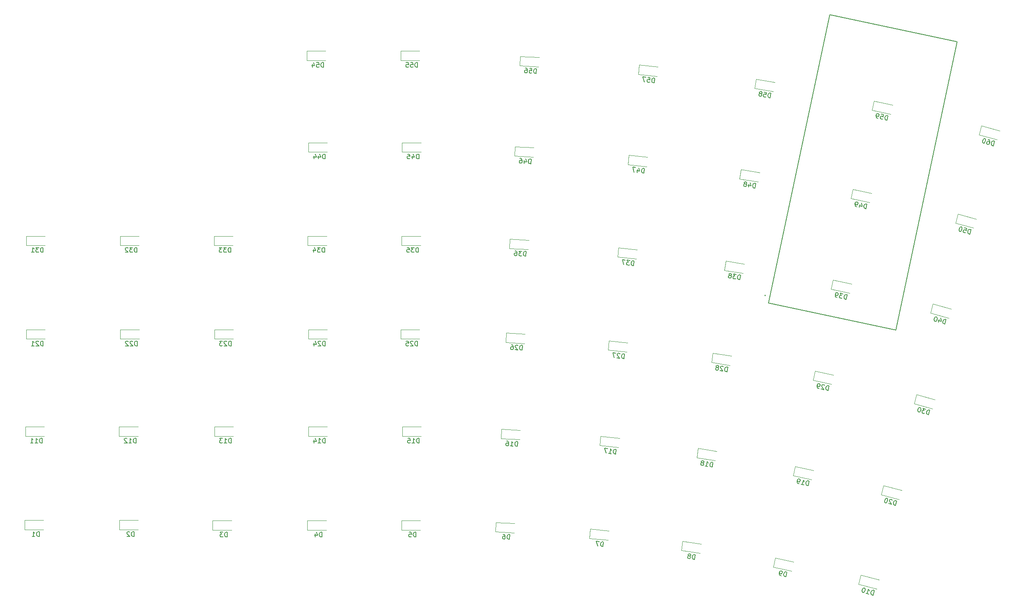
<source format=gbr>
%TF.GenerationSoftware,KiCad,Pcbnew,9.0.2*%
%TF.CreationDate,2025-07-31T22:52:32+02:00*%
%TF.ProjectId,multiboard_LEFT,6d756c74-6962-46f6-9172-645f4c454654,1.0*%
%TF.SameCoordinates,Original*%
%TF.FileFunction,Legend,Bot*%
%TF.FilePolarity,Positive*%
%FSLAX46Y46*%
G04 Gerber Fmt 4.6, Leading zero omitted, Abs format (unit mm)*
G04 Created by KiCad (PCBNEW 9.0.2) date 2025-07-31 22:52:32*
%MOMM*%
%LPD*%
G01*
G04 APERTURE LIST*
%ADD10C,0.150000*%
%ADD11C,0.120000*%
%ADD12C,0.127000*%
%ADD13C,0.200000*%
G04 APERTURE END LIST*
D10*
X75772539Y-97098749D02*
X75772539Y-96098749D01*
X75772539Y-96098749D02*
X75534444Y-96098749D01*
X75534444Y-96098749D02*
X75391587Y-96146368D01*
X75391587Y-96146368D02*
X75296349Y-96241606D01*
X75296349Y-96241606D02*
X75248730Y-96336844D01*
X75248730Y-96336844D02*
X75201111Y-96527320D01*
X75201111Y-96527320D02*
X75201111Y-96670177D01*
X75201111Y-96670177D02*
X75248730Y-96860653D01*
X75248730Y-96860653D02*
X75296349Y-96955891D01*
X75296349Y-96955891D02*
X75391587Y-97051130D01*
X75391587Y-97051130D02*
X75534444Y-97098749D01*
X75534444Y-97098749D02*
X75772539Y-97098749D01*
X74820158Y-96193987D02*
X74772539Y-96146368D01*
X74772539Y-96146368D02*
X74677301Y-96098749D01*
X74677301Y-96098749D02*
X74439206Y-96098749D01*
X74439206Y-96098749D02*
X74343968Y-96146368D01*
X74343968Y-96146368D02*
X74296349Y-96193987D01*
X74296349Y-96193987D02*
X74248730Y-96289225D01*
X74248730Y-96289225D02*
X74248730Y-96384463D01*
X74248730Y-96384463D02*
X74296349Y-96527320D01*
X74296349Y-96527320D02*
X74867777Y-97098749D01*
X74867777Y-97098749D02*
X74248730Y-97098749D01*
X73867777Y-96193987D02*
X73820158Y-96146368D01*
X73820158Y-96146368D02*
X73724920Y-96098749D01*
X73724920Y-96098749D02*
X73486825Y-96098749D01*
X73486825Y-96098749D02*
X73391587Y-96146368D01*
X73391587Y-96146368D02*
X73343968Y-96193987D01*
X73343968Y-96193987D02*
X73296349Y-96289225D01*
X73296349Y-96289225D02*
X73296349Y-96384463D01*
X73296349Y-96384463D02*
X73343968Y-96527320D01*
X73343968Y-96527320D02*
X73915396Y-97098749D01*
X73915396Y-97098749D02*
X73296349Y-97098749D01*
X115772539Y-57288549D02*
X115772539Y-56288549D01*
X115772539Y-56288549D02*
X115534444Y-56288549D01*
X115534444Y-56288549D02*
X115391587Y-56336168D01*
X115391587Y-56336168D02*
X115296349Y-56431406D01*
X115296349Y-56431406D02*
X115248730Y-56526644D01*
X115248730Y-56526644D02*
X115201111Y-56717120D01*
X115201111Y-56717120D02*
X115201111Y-56859977D01*
X115201111Y-56859977D02*
X115248730Y-57050453D01*
X115248730Y-57050453D02*
X115296349Y-57145691D01*
X115296349Y-57145691D02*
X115391587Y-57240930D01*
X115391587Y-57240930D02*
X115534444Y-57288549D01*
X115534444Y-57288549D02*
X115772539Y-57288549D01*
X114343968Y-56621882D02*
X114343968Y-57288549D01*
X114582063Y-56240930D02*
X114820158Y-56955215D01*
X114820158Y-56955215D02*
X114201111Y-56955215D01*
X113391587Y-56621882D02*
X113391587Y-57288549D01*
X113629682Y-56240930D02*
X113867777Y-56955215D01*
X113867777Y-56955215D02*
X113248730Y-56955215D01*
X115422539Y-37781949D02*
X115422539Y-36781949D01*
X115422539Y-36781949D02*
X115184444Y-36781949D01*
X115184444Y-36781949D02*
X115041587Y-36829568D01*
X115041587Y-36829568D02*
X114946349Y-36924806D01*
X114946349Y-36924806D02*
X114898730Y-37020044D01*
X114898730Y-37020044D02*
X114851111Y-37210520D01*
X114851111Y-37210520D02*
X114851111Y-37353377D01*
X114851111Y-37353377D02*
X114898730Y-37543853D01*
X114898730Y-37543853D02*
X114946349Y-37639091D01*
X114946349Y-37639091D02*
X115041587Y-37734330D01*
X115041587Y-37734330D02*
X115184444Y-37781949D01*
X115184444Y-37781949D02*
X115422539Y-37781949D01*
X113946349Y-36781949D02*
X114422539Y-36781949D01*
X114422539Y-36781949D02*
X114470158Y-37258139D01*
X114470158Y-37258139D02*
X114422539Y-37210520D01*
X114422539Y-37210520D02*
X114327301Y-37162901D01*
X114327301Y-37162901D02*
X114089206Y-37162901D01*
X114089206Y-37162901D02*
X113993968Y-37210520D01*
X113993968Y-37210520D02*
X113946349Y-37258139D01*
X113946349Y-37258139D02*
X113898730Y-37353377D01*
X113898730Y-37353377D02*
X113898730Y-37591472D01*
X113898730Y-37591472D02*
X113946349Y-37686710D01*
X113946349Y-37686710D02*
X113993968Y-37734330D01*
X113993968Y-37734330D02*
X114089206Y-37781949D01*
X114089206Y-37781949D02*
X114327301Y-37781949D01*
X114327301Y-37781949D02*
X114422539Y-37734330D01*
X114422539Y-37734330D02*
X114470158Y-37686710D01*
X113041587Y-37115282D02*
X113041587Y-37781949D01*
X113279682Y-36734330D02*
X113517777Y-37448615D01*
X113517777Y-37448615D02*
X112898730Y-37448615D01*
X198113650Y-122901619D02*
X198270084Y-121913931D01*
X198270084Y-121913931D02*
X198034921Y-121876684D01*
X198034921Y-121876684D02*
X197886373Y-121901369D01*
X197886373Y-121901369D02*
X197777409Y-121980537D01*
X197777409Y-121980537D02*
X197715478Y-122067153D01*
X197715478Y-122067153D02*
X197638648Y-122247835D01*
X197638648Y-122247835D02*
X197616300Y-122388933D01*
X197616300Y-122388933D02*
X197633536Y-122584513D01*
X197633536Y-122584513D02*
X197665670Y-122686028D01*
X197665670Y-122686028D02*
X197744837Y-122794992D01*
X197744837Y-122794992D02*
X197878486Y-122864373D01*
X197878486Y-122864373D02*
X198113650Y-122901619D01*
X196608601Y-122663243D02*
X197172994Y-122752634D01*
X196890798Y-122707938D02*
X197047232Y-121720250D01*
X197047232Y-121720250D02*
X197118950Y-121876247D01*
X197118950Y-121876247D02*
X197198117Y-121985211D01*
X197198117Y-121985211D02*
X197284733Y-122047142D01*
X196133599Y-122009458D02*
X196235114Y-121977324D01*
X196235114Y-121977324D02*
X196289596Y-121937741D01*
X196289596Y-121937741D02*
X196351527Y-121851124D01*
X196351527Y-121851124D02*
X196358976Y-121804091D01*
X196358976Y-121804091D02*
X196326842Y-121702577D01*
X196326842Y-121702577D02*
X196287258Y-121648095D01*
X196287258Y-121648095D02*
X196200642Y-121586163D01*
X196200642Y-121586163D02*
X196012511Y-121556366D01*
X196012511Y-121556366D02*
X195910996Y-121588501D01*
X195910996Y-121588501D02*
X195856514Y-121628084D01*
X195856514Y-121628084D02*
X195794583Y-121714700D01*
X195794583Y-121714700D02*
X195787134Y-121761733D01*
X195787134Y-121761733D02*
X195819268Y-121863248D01*
X195819268Y-121863248D02*
X195858851Y-121917730D01*
X195858851Y-121917730D02*
X195945468Y-121979661D01*
X195945468Y-121979661D02*
X196133599Y-122009458D01*
X196133599Y-122009458D02*
X196220215Y-122071390D01*
X196220215Y-122071390D02*
X196259799Y-122125872D01*
X196259799Y-122125872D02*
X196291933Y-122227386D01*
X196291933Y-122227386D02*
X196262136Y-122415518D01*
X196262136Y-122415518D02*
X196200205Y-122502134D01*
X196200205Y-122502134D02*
X196145723Y-122541717D01*
X196145723Y-122541717D02*
X196044208Y-122573852D01*
X196044208Y-122573852D02*
X195856077Y-122544055D01*
X195856077Y-122544055D02*
X195769460Y-122482123D01*
X195769460Y-122482123D02*
X195729877Y-122427641D01*
X195729877Y-122427641D02*
X195697743Y-122326126D01*
X195697743Y-122326126D02*
X195727540Y-122137995D01*
X195727540Y-122137995D02*
X195789471Y-122051379D01*
X195789471Y-122051379D02*
X195843953Y-122011796D01*
X195843953Y-122011796D02*
X195945468Y-121979661D01*
X55772539Y-97098749D02*
X55772539Y-96098749D01*
X55772539Y-96098749D02*
X55534444Y-96098749D01*
X55534444Y-96098749D02*
X55391587Y-96146368D01*
X55391587Y-96146368D02*
X55296349Y-96241606D01*
X55296349Y-96241606D02*
X55248730Y-96336844D01*
X55248730Y-96336844D02*
X55201111Y-96527320D01*
X55201111Y-96527320D02*
X55201111Y-96670177D01*
X55201111Y-96670177D02*
X55248730Y-96860653D01*
X55248730Y-96860653D02*
X55296349Y-96955891D01*
X55296349Y-96955891D02*
X55391587Y-97051130D01*
X55391587Y-97051130D02*
X55534444Y-97098749D01*
X55534444Y-97098749D02*
X55772539Y-97098749D01*
X54820158Y-96193987D02*
X54772539Y-96146368D01*
X54772539Y-96146368D02*
X54677301Y-96098749D01*
X54677301Y-96098749D02*
X54439206Y-96098749D01*
X54439206Y-96098749D02*
X54343968Y-96146368D01*
X54343968Y-96146368D02*
X54296349Y-96193987D01*
X54296349Y-96193987D02*
X54248730Y-96289225D01*
X54248730Y-96289225D02*
X54248730Y-96384463D01*
X54248730Y-96384463D02*
X54296349Y-96527320D01*
X54296349Y-96527320D02*
X54867777Y-97098749D01*
X54867777Y-97098749D02*
X54248730Y-97098749D01*
X53296349Y-97098749D02*
X53867777Y-97098749D01*
X53582063Y-97098749D02*
X53582063Y-96098749D01*
X53582063Y-96098749D02*
X53677301Y-96241606D01*
X53677301Y-96241606D02*
X53772539Y-96336844D01*
X53772539Y-96336844D02*
X53867777Y-96384463D01*
X244159073Y-111759438D02*
X244417892Y-110793512D01*
X244417892Y-110793512D02*
X244187909Y-110731889D01*
X244187909Y-110731889D02*
X244037595Y-110740911D01*
X244037595Y-110740911D02*
X243920953Y-110808255D01*
X243920953Y-110808255D02*
X243850307Y-110887923D01*
X243850307Y-110887923D02*
X243755012Y-111059584D01*
X243755012Y-111059584D02*
X243718037Y-111197573D01*
X243718037Y-111197573D02*
X243714735Y-111393884D01*
X243714735Y-111393884D02*
X243736082Y-111498202D01*
X243736082Y-111498202D02*
X243803426Y-111614844D01*
X243803426Y-111614844D02*
X243929090Y-111697815D01*
X243929090Y-111697815D02*
X244159073Y-111759438D01*
X243543959Y-110559343D02*
X242946005Y-110399121D01*
X242946005Y-110399121D02*
X243169382Y-110853366D01*
X243169382Y-110853366D02*
X243031393Y-110816392D01*
X243031393Y-110816392D02*
X242927075Y-110837739D01*
X242927075Y-110837739D02*
X242868754Y-110871411D01*
X242868754Y-110871411D02*
X242798108Y-110951079D01*
X242798108Y-110951079D02*
X242736485Y-111181061D01*
X242736485Y-111181061D02*
X242757832Y-111285379D01*
X242757832Y-111285379D02*
X242791503Y-111343700D01*
X242791503Y-111343700D02*
X242871172Y-111414346D01*
X242871172Y-111414346D02*
X243147150Y-111488294D01*
X243147150Y-111488294D02*
X243251468Y-111466947D01*
X243251468Y-111466947D02*
X243309789Y-111433276D01*
X242348051Y-110238900D02*
X242256058Y-110214251D01*
X242256058Y-110214251D02*
X242151740Y-110235598D01*
X242151740Y-110235598D02*
X242093419Y-110269270D01*
X242093419Y-110269270D02*
X242022773Y-110348938D01*
X242022773Y-110348938D02*
X241927478Y-110520599D01*
X241927478Y-110520599D02*
X241865854Y-110750581D01*
X241865854Y-110750581D02*
X241862552Y-110946892D01*
X241862552Y-110946892D02*
X241883899Y-111051209D01*
X241883899Y-111051209D02*
X241917570Y-111109531D01*
X241917570Y-111109531D02*
X241997239Y-111180177D01*
X241997239Y-111180177D02*
X242089232Y-111204826D01*
X242089232Y-111204826D02*
X242193549Y-111183479D01*
X242193549Y-111183479D02*
X242251870Y-111149807D01*
X242251870Y-111149807D02*
X242322516Y-111070139D01*
X242322516Y-111070139D02*
X242417812Y-110898478D01*
X242417812Y-110898478D02*
X242479435Y-110668495D01*
X242479435Y-110668495D02*
X242482738Y-110472185D01*
X242482738Y-110472185D02*
X242461391Y-110367867D01*
X242461391Y-110367867D02*
X242427719Y-110309546D01*
X242427719Y-110309546D02*
X242348051Y-110238900D01*
X237098214Y-131096084D02*
X237357033Y-130130158D01*
X237357033Y-130130158D02*
X237127050Y-130068535D01*
X237127050Y-130068535D02*
X236976736Y-130077557D01*
X236976736Y-130077557D02*
X236860094Y-130144901D01*
X236860094Y-130144901D02*
X236789448Y-130224569D01*
X236789448Y-130224569D02*
X236694153Y-130396230D01*
X236694153Y-130396230D02*
X236657178Y-130534219D01*
X236657178Y-130534219D02*
X236653876Y-130730530D01*
X236653876Y-130730530D02*
X236675223Y-130834848D01*
X236675223Y-130834848D02*
X236742567Y-130951490D01*
X236742567Y-130951490D02*
X236868231Y-131034461D01*
X236868231Y-131034461D02*
X237098214Y-131096084D01*
X236412454Y-129975657D02*
X236378782Y-129917336D01*
X236378782Y-129917336D02*
X236299114Y-129846690D01*
X236299114Y-129846690D02*
X236069132Y-129785066D01*
X236069132Y-129785066D02*
X235964814Y-129806413D01*
X235964814Y-129806413D02*
X235906493Y-129840085D01*
X235906493Y-129840085D02*
X235835847Y-129919753D01*
X235835847Y-129919753D02*
X235811197Y-130011746D01*
X235811197Y-130011746D02*
X235820220Y-130162060D01*
X235820220Y-130162060D02*
X236224281Y-130861915D01*
X236224281Y-130861915D02*
X235626327Y-130701693D01*
X235287192Y-129575546D02*
X235195199Y-129550897D01*
X235195199Y-129550897D02*
X235090881Y-129572244D01*
X235090881Y-129572244D02*
X235032560Y-129605916D01*
X235032560Y-129605916D02*
X234961914Y-129685584D01*
X234961914Y-129685584D02*
X234866619Y-129857245D01*
X234866619Y-129857245D02*
X234804995Y-130087227D01*
X234804995Y-130087227D02*
X234801693Y-130283538D01*
X234801693Y-130283538D02*
X234823040Y-130387855D01*
X234823040Y-130387855D02*
X234856711Y-130446177D01*
X234856711Y-130446177D02*
X234936380Y-130516823D01*
X234936380Y-130516823D02*
X235028373Y-130541472D01*
X235028373Y-130541472D02*
X235132690Y-130520125D01*
X235132690Y-130520125D02*
X235191011Y-130486453D01*
X235191011Y-130486453D02*
X235261657Y-130406785D01*
X235261657Y-130406785D02*
X235356953Y-130235124D01*
X235356953Y-130235124D02*
X235418576Y-130005141D01*
X235418576Y-130005141D02*
X235421879Y-129808831D01*
X235421879Y-129808831D02*
X235400532Y-129704513D01*
X235400532Y-129704513D02*
X235366860Y-129646192D01*
X235366860Y-129646192D02*
X235287192Y-129575546D01*
X181390736Y-80026968D02*
X181495264Y-79032447D01*
X181495264Y-79032447D02*
X181258473Y-79007559D01*
X181258473Y-79007559D02*
X181111421Y-79039984D01*
X181111421Y-79039984D02*
X181006750Y-79124746D01*
X181006750Y-79124746D02*
X180949436Y-79214484D01*
X180949436Y-79214484D02*
X180882168Y-79398940D01*
X180882168Y-79398940D02*
X180867235Y-79541014D01*
X180867235Y-79541014D02*
X180894683Y-79735424D01*
X180894683Y-79735424D02*
X180932087Y-79835118D01*
X180932087Y-79835118D02*
X181016848Y-79939790D01*
X181016848Y-79939790D02*
X181153945Y-80002081D01*
X181153945Y-80002081D02*
X181390736Y-80026968D01*
X180595459Y-78937873D02*
X179979802Y-78873165D01*
X179979802Y-78873165D02*
X180271489Y-79286873D01*
X180271489Y-79286873D02*
X180129415Y-79271941D01*
X180129415Y-79271941D02*
X180029721Y-79309344D01*
X180029721Y-79309344D02*
X179977385Y-79351724D01*
X179977385Y-79351724D02*
X179920072Y-79441463D01*
X179920072Y-79441463D02*
X179895184Y-79678254D01*
X179895184Y-79678254D02*
X179932587Y-79777948D01*
X179932587Y-79777948D02*
X179974968Y-79830284D01*
X179974968Y-79830284D02*
X180064707Y-79887597D01*
X180064707Y-79887597D02*
X180348856Y-79917462D01*
X180348856Y-79917462D02*
X180448550Y-79880059D01*
X180448550Y-79880059D02*
X180500885Y-79837679D01*
X179648295Y-78838322D02*
X178985280Y-78768637D01*
X178985280Y-78768637D02*
X179306976Y-79807956D01*
X115772539Y-117781949D02*
X115772539Y-116781949D01*
X115772539Y-116781949D02*
X115534444Y-116781949D01*
X115534444Y-116781949D02*
X115391587Y-116829568D01*
X115391587Y-116829568D02*
X115296349Y-116924806D01*
X115296349Y-116924806D02*
X115248730Y-117020044D01*
X115248730Y-117020044D02*
X115201111Y-117210520D01*
X115201111Y-117210520D02*
X115201111Y-117353377D01*
X115201111Y-117353377D02*
X115248730Y-117543853D01*
X115248730Y-117543853D02*
X115296349Y-117639091D01*
X115296349Y-117639091D02*
X115391587Y-117734330D01*
X115391587Y-117734330D02*
X115534444Y-117781949D01*
X115534444Y-117781949D02*
X115772539Y-117781949D01*
X114248730Y-117781949D02*
X114820158Y-117781949D01*
X114534444Y-117781949D02*
X114534444Y-116781949D01*
X114534444Y-116781949D02*
X114629682Y-116924806D01*
X114629682Y-116924806D02*
X114724920Y-117020044D01*
X114724920Y-117020044D02*
X114820158Y-117067663D01*
X113391587Y-117115282D02*
X113391587Y-117781949D01*
X113629682Y-116734330D02*
X113867777Y-117448615D01*
X113867777Y-117448615D02*
X113248730Y-117448615D01*
X183592053Y-60331568D02*
X183696581Y-59337047D01*
X183696581Y-59337047D02*
X183459790Y-59312159D01*
X183459790Y-59312159D02*
X183312738Y-59344584D01*
X183312738Y-59344584D02*
X183208067Y-59429346D01*
X183208067Y-59429346D02*
X183150753Y-59519084D01*
X183150753Y-59519084D02*
X183083485Y-59703540D01*
X183083485Y-59703540D02*
X183068552Y-59845614D01*
X183068552Y-59845614D02*
X183096000Y-60040024D01*
X183096000Y-60040024D02*
X183133404Y-60139718D01*
X183133404Y-60139718D02*
X183218165Y-60244390D01*
X183218165Y-60244390D02*
X183355262Y-60306681D01*
X183355262Y-60306681D02*
X183592053Y-60331568D01*
X182240993Y-59519227D02*
X182171307Y-60182242D01*
X182517604Y-59165250D02*
X182679732Y-59900510D01*
X182679732Y-59900510D02*
X182064075Y-59835802D01*
X181849612Y-59142922D02*
X181186597Y-59073237D01*
X181186597Y-59073237D02*
X181508293Y-60112556D01*
X201261078Y-102618419D02*
X201417512Y-101630731D01*
X201417512Y-101630731D02*
X201182349Y-101593484D01*
X201182349Y-101593484D02*
X201033801Y-101618169D01*
X201033801Y-101618169D02*
X200924837Y-101697337D01*
X200924837Y-101697337D02*
X200862906Y-101783953D01*
X200862906Y-101783953D02*
X200786076Y-101964635D01*
X200786076Y-101964635D02*
X200763728Y-102105733D01*
X200763728Y-102105733D02*
X200780964Y-102301313D01*
X200780964Y-102301313D02*
X200813098Y-102402828D01*
X200813098Y-102402828D02*
X200892265Y-102511792D01*
X200892265Y-102511792D02*
X201025914Y-102581173D01*
X201025914Y-102581173D02*
X201261078Y-102618419D01*
X200461958Y-101575811D02*
X200422375Y-101521329D01*
X200422375Y-101521329D02*
X200335759Y-101459398D01*
X200335759Y-101459398D02*
X200100595Y-101422151D01*
X200100595Y-101422151D02*
X199999080Y-101454286D01*
X199999080Y-101454286D02*
X199944598Y-101493869D01*
X199944598Y-101493869D02*
X199882667Y-101580486D01*
X199882667Y-101580486D02*
X199867768Y-101674551D01*
X199867768Y-101674551D02*
X199892453Y-101823099D01*
X199892453Y-101823099D02*
X200367455Y-102476883D01*
X200367455Y-102476883D02*
X199756029Y-102380043D01*
X199281027Y-101726258D02*
X199382542Y-101694124D01*
X199382542Y-101694124D02*
X199437024Y-101654541D01*
X199437024Y-101654541D02*
X199498955Y-101567924D01*
X199498955Y-101567924D02*
X199506404Y-101520891D01*
X199506404Y-101520891D02*
X199474270Y-101419377D01*
X199474270Y-101419377D02*
X199434686Y-101364895D01*
X199434686Y-101364895D02*
X199348070Y-101302963D01*
X199348070Y-101302963D02*
X199159939Y-101273166D01*
X199159939Y-101273166D02*
X199058424Y-101305301D01*
X199058424Y-101305301D02*
X199003942Y-101344884D01*
X199003942Y-101344884D02*
X198942011Y-101431500D01*
X198942011Y-101431500D02*
X198934562Y-101478533D01*
X198934562Y-101478533D02*
X198966696Y-101580048D01*
X198966696Y-101580048D02*
X199006279Y-101634530D01*
X199006279Y-101634530D02*
X199092896Y-101696461D01*
X199092896Y-101696461D02*
X199281027Y-101726258D01*
X199281027Y-101726258D02*
X199367643Y-101788190D01*
X199367643Y-101788190D02*
X199407227Y-101842672D01*
X199407227Y-101842672D02*
X199439361Y-101944186D01*
X199439361Y-101944186D02*
X199409564Y-102132318D01*
X199409564Y-102132318D02*
X199347633Y-102218934D01*
X199347633Y-102218934D02*
X199293151Y-102258517D01*
X199293151Y-102258517D02*
X199191636Y-102290652D01*
X199191636Y-102290652D02*
X199003505Y-102260855D01*
X199003505Y-102260855D02*
X198916888Y-102198923D01*
X198916888Y-102198923D02*
X198877305Y-102144441D01*
X198877305Y-102144441D02*
X198845171Y-102042926D01*
X198845171Y-102042926D02*
X198874968Y-101854795D01*
X198874968Y-101854795D02*
X198936899Y-101768179D01*
X198936899Y-101768179D02*
X198991381Y-101728596D01*
X198991381Y-101728596D02*
X199092896Y-101696461D01*
X95694761Y-77183949D02*
X95694761Y-76183949D01*
X95694761Y-76183949D02*
X95456666Y-76183949D01*
X95456666Y-76183949D02*
X95313809Y-76231568D01*
X95313809Y-76231568D02*
X95218571Y-76326806D01*
X95218571Y-76326806D02*
X95170952Y-76422044D01*
X95170952Y-76422044D02*
X95123333Y-76612520D01*
X95123333Y-76612520D02*
X95123333Y-76755377D01*
X95123333Y-76755377D02*
X95170952Y-76945853D01*
X95170952Y-76945853D02*
X95218571Y-77041091D01*
X95218571Y-77041091D02*
X95313809Y-77136330D01*
X95313809Y-77136330D02*
X95456666Y-77183949D01*
X95456666Y-77183949D02*
X95694761Y-77183949D01*
X94789999Y-76183949D02*
X94170952Y-76183949D01*
X94170952Y-76183949D02*
X94504285Y-76564901D01*
X94504285Y-76564901D02*
X94361428Y-76564901D01*
X94361428Y-76564901D02*
X94266190Y-76612520D01*
X94266190Y-76612520D02*
X94218571Y-76660139D01*
X94218571Y-76660139D02*
X94170952Y-76755377D01*
X94170952Y-76755377D02*
X94170952Y-76993472D01*
X94170952Y-76993472D02*
X94218571Y-77088710D01*
X94218571Y-77088710D02*
X94266190Y-77136330D01*
X94266190Y-77136330D02*
X94361428Y-77183949D01*
X94361428Y-77183949D02*
X94647142Y-77183949D01*
X94647142Y-77183949D02*
X94742380Y-77136330D01*
X94742380Y-77136330D02*
X94789999Y-77088710D01*
X93837618Y-76183949D02*
X93218571Y-76183949D01*
X93218571Y-76183949D02*
X93551904Y-76564901D01*
X93551904Y-76564901D02*
X93409047Y-76564901D01*
X93409047Y-76564901D02*
X93313809Y-76612520D01*
X93313809Y-76612520D02*
X93266190Y-76660139D01*
X93266190Y-76660139D02*
X93218571Y-76755377D01*
X93218571Y-76755377D02*
X93218571Y-76993472D01*
X93218571Y-76993472D02*
X93266190Y-77088710D01*
X93266190Y-77088710D02*
X93313809Y-77136330D01*
X93313809Y-77136330D02*
X93409047Y-77183949D01*
X93409047Y-77183949D02*
X93694761Y-77183949D01*
X93694761Y-77183949D02*
X93789999Y-77136330D01*
X93789999Y-77136330D02*
X93837618Y-77088710D01*
X55772539Y-77183949D02*
X55772539Y-76183949D01*
X55772539Y-76183949D02*
X55534444Y-76183949D01*
X55534444Y-76183949D02*
X55391587Y-76231568D01*
X55391587Y-76231568D02*
X55296349Y-76326806D01*
X55296349Y-76326806D02*
X55248730Y-76422044D01*
X55248730Y-76422044D02*
X55201111Y-76612520D01*
X55201111Y-76612520D02*
X55201111Y-76755377D01*
X55201111Y-76755377D02*
X55248730Y-76945853D01*
X55248730Y-76945853D02*
X55296349Y-77041091D01*
X55296349Y-77041091D02*
X55391587Y-77136330D01*
X55391587Y-77136330D02*
X55534444Y-77183949D01*
X55534444Y-77183949D02*
X55772539Y-77183949D01*
X54867777Y-76183949D02*
X54248730Y-76183949D01*
X54248730Y-76183949D02*
X54582063Y-76564901D01*
X54582063Y-76564901D02*
X54439206Y-76564901D01*
X54439206Y-76564901D02*
X54343968Y-76612520D01*
X54343968Y-76612520D02*
X54296349Y-76660139D01*
X54296349Y-76660139D02*
X54248730Y-76755377D01*
X54248730Y-76755377D02*
X54248730Y-76993472D01*
X54248730Y-76993472D02*
X54296349Y-77088710D01*
X54296349Y-77088710D02*
X54343968Y-77136330D01*
X54343968Y-77136330D02*
X54439206Y-77183949D01*
X54439206Y-77183949D02*
X54724920Y-77183949D01*
X54724920Y-77183949D02*
X54820158Y-77136330D01*
X54820158Y-77136330D02*
X54867777Y-77088710D01*
X53296349Y-77183949D02*
X53867777Y-77183949D01*
X53582063Y-77183949D02*
X53582063Y-76183949D01*
X53582063Y-76183949D02*
X53677301Y-76326806D01*
X53677301Y-76326806D02*
X53772539Y-76422044D01*
X53772539Y-76422044D02*
X53867777Y-76469663D01*
X115096348Y-137781949D02*
X115096348Y-136781949D01*
X115096348Y-136781949D02*
X114858253Y-136781949D01*
X114858253Y-136781949D02*
X114715396Y-136829568D01*
X114715396Y-136829568D02*
X114620158Y-136924806D01*
X114620158Y-136924806D02*
X114572539Y-137020044D01*
X114572539Y-137020044D02*
X114524920Y-137210520D01*
X114524920Y-137210520D02*
X114524920Y-137353377D01*
X114524920Y-137353377D02*
X114572539Y-137543853D01*
X114572539Y-137543853D02*
X114620158Y-137639091D01*
X114620158Y-137639091D02*
X114715396Y-137734330D01*
X114715396Y-137734330D02*
X114858253Y-137781949D01*
X114858253Y-137781949D02*
X115096348Y-137781949D01*
X113667777Y-137115282D02*
X113667777Y-137781949D01*
X113905872Y-136734330D02*
X114143967Y-137448615D01*
X114143967Y-137448615D02*
X113524920Y-137448615D01*
X213805622Y-146275006D02*
X214013534Y-145296859D01*
X214013534Y-145296859D02*
X213780641Y-145247356D01*
X213780641Y-145247356D02*
X213631005Y-145264233D01*
X213631005Y-145264233D02*
X213518047Y-145337588D01*
X213518047Y-145337588D02*
X213451668Y-145420845D01*
X213451668Y-145420845D02*
X213365487Y-145597258D01*
X213365487Y-145597258D02*
X213335785Y-145736993D01*
X213335785Y-145736993D02*
X213342762Y-145933208D01*
X213342762Y-145933208D02*
X213369539Y-146036265D01*
X213369539Y-146036265D02*
X213442895Y-146149223D01*
X213442895Y-146149223D02*
X213572730Y-146225503D01*
X213572730Y-146225503D02*
X213805622Y-146275006D01*
X212780896Y-146057194D02*
X212594582Y-146017592D01*
X212594582Y-146017592D02*
X212511326Y-145951212D01*
X212511326Y-145951212D02*
X212474648Y-145894733D01*
X212474648Y-145894733D02*
X212411193Y-145735197D01*
X212411193Y-145735197D02*
X212404216Y-145538982D01*
X212404216Y-145538982D02*
X212483421Y-145166355D01*
X212483421Y-145166355D02*
X212549800Y-145083098D01*
X212549800Y-145083098D02*
X212606279Y-145046420D01*
X212606279Y-145046420D02*
X212709337Y-145019643D01*
X212709337Y-145019643D02*
X212895651Y-145059245D01*
X212895651Y-145059245D02*
X212978907Y-145125625D01*
X212978907Y-145125625D02*
X213015585Y-145182104D01*
X213015585Y-145182104D02*
X213042362Y-145285161D01*
X213042362Y-145285161D02*
X212992859Y-145518054D01*
X212992859Y-145518054D02*
X212926480Y-145601310D01*
X212926480Y-145601310D02*
X212870001Y-145637988D01*
X212870001Y-145637988D02*
X212766943Y-145664765D01*
X212766943Y-145664765D02*
X212580630Y-145625163D01*
X212580630Y-145625163D02*
X212497373Y-145558783D01*
X212497373Y-145558783D02*
X212460695Y-145502304D01*
X212460695Y-145502304D02*
X212433918Y-145399247D01*
X218529222Y-126881188D02*
X218737134Y-125903040D01*
X218737134Y-125903040D02*
X218504241Y-125853537D01*
X218504241Y-125853537D02*
X218354605Y-125870414D01*
X218354605Y-125870414D02*
X218241647Y-125943770D01*
X218241647Y-125943770D02*
X218175268Y-126027026D01*
X218175268Y-126027026D02*
X218089087Y-126203440D01*
X218089087Y-126203440D02*
X218059386Y-126343175D01*
X218059386Y-126343175D02*
X218066362Y-126539389D01*
X218066362Y-126539389D02*
X218093139Y-126642447D01*
X218093139Y-126642447D02*
X218166495Y-126755405D01*
X218166495Y-126755405D02*
X218296330Y-126831685D01*
X218296330Y-126831685D02*
X218529222Y-126881188D01*
X217038711Y-126564370D02*
X217597653Y-126683177D01*
X217318182Y-126623773D02*
X217526094Y-125645626D01*
X217526094Y-125645626D02*
X217589549Y-125805162D01*
X217589549Y-125805162D02*
X217662905Y-125918120D01*
X217662905Y-125918120D02*
X217746161Y-125984500D01*
X216572927Y-126465364D02*
X216386613Y-126425762D01*
X216386613Y-126425762D02*
X216303357Y-126359383D01*
X216303357Y-126359383D02*
X216266679Y-126302904D01*
X216266679Y-126302904D02*
X216203223Y-126143367D01*
X216203223Y-126143367D02*
X216196247Y-125947153D01*
X216196247Y-125947153D02*
X216275452Y-125574525D01*
X216275452Y-125574525D02*
X216341831Y-125491269D01*
X216341831Y-125491269D02*
X216398310Y-125454591D01*
X216398310Y-125454591D02*
X216501368Y-125427814D01*
X216501368Y-125427814D02*
X216687682Y-125467416D01*
X216687682Y-125467416D02*
X216770938Y-125533795D01*
X216770938Y-125533795D02*
X216807616Y-125590274D01*
X216807616Y-125590274D02*
X216834393Y-125693332D01*
X216834393Y-125693332D02*
X216784890Y-125926224D01*
X216784890Y-125926224D02*
X216718511Y-126009480D01*
X216718511Y-126009480D02*
X216662032Y-126046158D01*
X216662032Y-126046158D02*
X216558974Y-126072936D01*
X216558974Y-126072936D02*
X216372660Y-126033333D01*
X216372660Y-126033333D02*
X216289404Y-125966954D01*
X216289404Y-125966954D02*
X216252726Y-125910475D01*
X216252726Y-125910475D02*
X216225949Y-125807417D01*
X135714206Y-57288549D02*
X135714206Y-56288549D01*
X135714206Y-56288549D02*
X135476111Y-56288549D01*
X135476111Y-56288549D02*
X135333254Y-56336168D01*
X135333254Y-56336168D02*
X135238016Y-56431406D01*
X135238016Y-56431406D02*
X135190397Y-56526644D01*
X135190397Y-56526644D02*
X135142778Y-56717120D01*
X135142778Y-56717120D02*
X135142778Y-56859977D01*
X135142778Y-56859977D02*
X135190397Y-57050453D01*
X135190397Y-57050453D02*
X135238016Y-57145691D01*
X135238016Y-57145691D02*
X135333254Y-57240930D01*
X135333254Y-57240930D02*
X135476111Y-57288549D01*
X135476111Y-57288549D02*
X135714206Y-57288549D01*
X134285635Y-56621882D02*
X134285635Y-57288549D01*
X134523730Y-56240930D02*
X134761825Y-56955215D01*
X134761825Y-56955215D02*
X134142778Y-56955215D01*
X133285635Y-56288549D02*
X133761825Y-56288549D01*
X133761825Y-56288549D02*
X133809444Y-56764739D01*
X133809444Y-56764739D02*
X133761825Y-56717120D01*
X133761825Y-56717120D02*
X133666587Y-56669501D01*
X133666587Y-56669501D02*
X133428492Y-56669501D01*
X133428492Y-56669501D02*
X133333254Y-56717120D01*
X133333254Y-56717120D02*
X133285635Y-56764739D01*
X133285635Y-56764739D02*
X133238016Y-56859977D01*
X133238016Y-56859977D02*
X133238016Y-57098072D01*
X133238016Y-57098072D02*
X133285635Y-57193310D01*
X133285635Y-57193310D02*
X133333254Y-57240930D01*
X133333254Y-57240930D02*
X133428492Y-57288549D01*
X133428492Y-57288549D02*
X133666587Y-57288549D01*
X133666587Y-57288549D02*
X133761825Y-57240930D01*
X133761825Y-57240930D02*
X133809444Y-57193310D01*
X160680090Y-39097524D02*
X160732426Y-38098895D01*
X160732426Y-38098895D02*
X160494657Y-38086434D01*
X160494657Y-38086434D02*
X160349503Y-38126511D01*
X160349503Y-38126511D02*
X160249411Y-38216634D01*
X160249411Y-38216634D02*
X160196873Y-38309249D01*
X160196873Y-38309249D02*
X160139351Y-38496972D01*
X160139351Y-38496972D02*
X160131874Y-38639634D01*
X160131874Y-38639634D02*
X160169459Y-38832341D01*
X160169459Y-38832341D02*
X160212028Y-38929941D01*
X160212028Y-38929941D02*
X160302152Y-39030033D01*
X160302152Y-39030033D02*
X160442321Y-39085063D01*
X160442321Y-39085063D02*
X160680090Y-39097524D01*
X159258258Y-38021637D02*
X159733796Y-38046559D01*
X159733796Y-38046559D02*
X159756428Y-38524589D01*
X159756428Y-38524589D02*
X159711366Y-38474543D01*
X159711366Y-38474543D02*
X159618751Y-38422004D01*
X159618751Y-38422004D02*
X159380982Y-38409544D01*
X159380982Y-38409544D02*
X159283382Y-38452113D01*
X159283382Y-38452113D02*
X159233336Y-38497175D01*
X159233336Y-38497175D02*
X159180798Y-38589790D01*
X159180798Y-38589790D02*
X159168337Y-38827559D01*
X159168337Y-38827559D02*
X159210907Y-38925159D01*
X159210907Y-38925159D02*
X159255968Y-38975205D01*
X159255968Y-38975205D02*
X159348584Y-39027743D01*
X159348584Y-39027743D02*
X159586353Y-39040204D01*
X159586353Y-39040204D02*
X159683952Y-38997634D01*
X159683952Y-38997634D02*
X159733998Y-38952573D01*
X158354736Y-37974285D02*
X158544951Y-37984254D01*
X158544951Y-37984254D02*
X158637567Y-38036792D01*
X158637567Y-38036792D02*
X158682628Y-38086838D01*
X158682628Y-38086838D02*
X158770259Y-38234484D01*
X158770259Y-38234484D02*
X158807844Y-38427191D01*
X158807844Y-38427191D02*
X158787907Y-38807621D01*
X158787907Y-38807621D02*
X158735369Y-38900237D01*
X158735369Y-38900237D02*
X158685323Y-38945298D01*
X158685323Y-38945298D02*
X158587723Y-38987868D01*
X158587723Y-38987868D02*
X158397508Y-38977899D01*
X158397508Y-38977899D02*
X158304893Y-38925361D01*
X158304893Y-38925361D02*
X158259831Y-38875315D01*
X158259831Y-38875315D02*
X158217261Y-38777715D01*
X158217261Y-38777715D02*
X158229722Y-38539946D01*
X158229722Y-38539946D02*
X158282261Y-38447331D01*
X158282261Y-38447331D02*
X158332307Y-38402269D01*
X158332307Y-38402269D02*
X158429906Y-38359700D01*
X158429906Y-38359700D02*
X158620121Y-38369669D01*
X158620121Y-38369669D02*
X158712737Y-38422207D01*
X158712737Y-38422207D02*
X158757798Y-38472253D01*
X158757798Y-38472253D02*
X158800368Y-38569852D01*
X135772539Y-117781949D02*
X135772539Y-116781949D01*
X135772539Y-116781949D02*
X135534444Y-116781949D01*
X135534444Y-116781949D02*
X135391587Y-116829568D01*
X135391587Y-116829568D02*
X135296349Y-116924806D01*
X135296349Y-116924806D02*
X135248730Y-117020044D01*
X135248730Y-117020044D02*
X135201111Y-117210520D01*
X135201111Y-117210520D02*
X135201111Y-117353377D01*
X135201111Y-117353377D02*
X135248730Y-117543853D01*
X135248730Y-117543853D02*
X135296349Y-117639091D01*
X135296349Y-117639091D02*
X135391587Y-117734330D01*
X135391587Y-117734330D02*
X135534444Y-117781949D01*
X135534444Y-117781949D02*
X135772539Y-117781949D01*
X134248730Y-117781949D02*
X134820158Y-117781949D01*
X134534444Y-117781949D02*
X134534444Y-116781949D01*
X134534444Y-116781949D02*
X134629682Y-116924806D01*
X134629682Y-116924806D02*
X134724920Y-117020044D01*
X134724920Y-117020044D02*
X134820158Y-117067663D01*
X133343968Y-116781949D02*
X133820158Y-116781949D01*
X133820158Y-116781949D02*
X133867777Y-117258139D01*
X133867777Y-117258139D02*
X133820158Y-117210520D01*
X133820158Y-117210520D02*
X133724920Y-117162901D01*
X133724920Y-117162901D02*
X133486825Y-117162901D01*
X133486825Y-117162901D02*
X133391587Y-117210520D01*
X133391587Y-117210520D02*
X133343968Y-117258139D01*
X133343968Y-117258139D02*
X133296349Y-117353377D01*
X133296349Y-117353377D02*
X133296349Y-117591472D01*
X133296349Y-117591472D02*
X133343968Y-117686710D01*
X133343968Y-117686710D02*
X133391587Y-117734330D01*
X133391587Y-117734330D02*
X133486825Y-117781949D01*
X133486825Y-117781949D02*
X133724920Y-117781949D01*
X133724920Y-117781949D02*
X133820158Y-117734330D01*
X133820158Y-117734330D02*
X133867777Y-117686710D01*
X135422539Y-97098749D02*
X135422539Y-96098749D01*
X135422539Y-96098749D02*
X135184444Y-96098749D01*
X135184444Y-96098749D02*
X135041587Y-96146368D01*
X135041587Y-96146368D02*
X134946349Y-96241606D01*
X134946349Y-96241606D02*
X134898730Y-96336844D01*
X134898730Y-96336844D02*
X134851111Y-96527320D01*
X134851111Y-96527320D02*
X134851111Y-96670177D01*
X134851111Y-96670177D02*
X134898730Y-96860653D01*
X134898730Y-96860653D02*
X134946349Y-96955891D01*
X134946349Y-96955891D02*
X135041587Y-97051130D01*
X135041587Y-97051130D02*
X135184444Y-97098749D01*
X135184444Y-97098749D02*
X135422539Y-97098749D01*
X134470158Y-96193987D02*
X134422539Y-96146368D01*
X134422539Y-96146368D02*
X134327301Y-96098749D01*
X134327301Y-96098749D02*
X134089206Y-96098749D01*
X134089206Y-96098749D02*
X133993968Y-96146368D01*
X133993968Y-96146368D02*
X133946349Y-96193987D01*
X133946349Y-96193987D02*
X133898730Y-96289225D01*
X133898730Y-96289225D02*
X133898730Y-96384463D01*
X133898730Y-96384463D02*
X133946349Y-96527320D01*
X133946349Y-96527320D02*
X134517777Y-97098749D01*
X134517777Y-97098749D02*
X133898730Y-97098749D01*
X132993968Y-96098749D02*
X133470158Y-96098749D01*
X133470158Y-96098749D02*
X133517777Y-96574939D01*
X133517777Y-96574939D02*
X133470158Y-96527320D01*
X133470158Y-96527320D02*
X133374920Y-96479701D01*
X133374920Y-96479701D02*
X133136825Y-96479701D01*
X133136825Y-96479701D02*
X133041587Y-96527320D01*
X133041587Y-96527320D02*
X132993968Y-96574939D01*
X132993968Y-96574939D02*
X132946349Y-96670177D01*
X132946349Y-96670177D02*
X132946349Y-96908272D01*
X132946349Y-96908272D02*
X132993968Y-97003510D01*
X132993968Y-97003510D02*
X133041587Y-97051130D01*
X133041587Y-97051130D02*
X133136825Y-97098749D01*
X133136825Y-97098749D02*
X133374920Y-97098749D01*
X133374920Y-97098749D02*
X133470158Y-97051130D01*
X133470158Y-97051130D02*
X133517777Y-97003510D01*
X115655872Y-77183949D02*
X115655872Y-76183949D01*
X115655872Y-76183949D02*
X115417777Y-76183949D01*
X115417777Y-76183949D02*
X115274920Y-76231568D01*
X115274920Y-76231568D02*
X115179682Y-76326806D01*
X115179682Y-76326806D02*
X115132063Y-76422044D01*
X115132063Y-76422044D02*
X115084444Y-76612520D01*
X115084444Y-76612520D02*
X115084444Y-76755377D01*
X115084444Y-76755377D02*
X115132063Y-76945853D01*
X115132063Y-76945853D02*
X115179682Y-77041091D01*
X115179682Y-77041091D02*
X115274920Y-77136330D01*
X115274920Y-77136330D02*
X115417777Y-77183949D01*
X115417777Y-77183949D02*
X115655872Y-77183949D01*
X114751110Y-76183949D02*
X114132063Y-76183949D01*
X114132063Y-76183949D02*
X114465396Y-76564901D01*
X114465396Y-76564901D02*
X114322539Y-76564901D01*
X114322539Y-76564901D02*
X114227301Y-76612520D01*
X114227301Y-76612520D02*
X114179682Y-76660139D01*
X114179682Y-76660139D02*
X114132063Y-76755377D01*
X114132063Y-76755377D02*
X114132063Y-76993472D01*
X114132063Y-76993472D02*
X114179682Y-77088710D01*
X114179682Y-77088710D02*
X114227301Y-77136330D01*
X114227301Y-77136330D02*
X114322539Y-77183949D01*
X114322539Y-77183949D02*
X114608253Y-77183949D01*
X114608253Y-77183949D02*
X114703491Y-77136330D01*
X114703491Y-77136330D02*
X114751110Y-77088710D01*
X113274920Y-76517282D02*
X113274920Y-77183949D01*
X113513015Y-76136330D02*
X113751110Y-76850615D01*
X113751110Y-76850615D02*
X113132063Y-76850615D01*
X115772539Y-97098749D02*
X115772539Y-96098749D01*
X115772539Y-96098749D02*
X115534444Y-96098749D01*
X115534444Y-96098749D02*
X115391587Y-96146368D01*
X115391587Y-96146368D02*
X115296349Y-96241606D01*
X115296349Y-96241606D02*
X115248730Y-96336844D01*
X115248730Y-96336844D02*
X115201111Y-96527320D01*
X115201111Y-96527320D02*
X115201111Y-96670177D01*
X115201111Y-96670177D02*
X115248730Y-96860653D01*
X115248730Y-96860653D02*
X115296349Y-96955891D01*
X115296349Y-96955891D02*
X115391587Y-97051130D01*
X115391587Y-97051130D02*
X115534444Y-97098749D01*
X115534444Y-97098749D02*
X115772539Y-97098749D01*
X114820158Y-96193987D02*
X114772539Y-96146368D01*
X114772539Y-96146368D02*
X114677301Y-96098749D01*
X114677301Y-96098749D02*
X114439206Y-96098749D01*
X114439206Y-96098749D02*
X114343968Y-96146368D01*
X114343968Y-96146368D02*
X114296349Y-96193987D01*
X114296349Y-96193987D02*
X114248730Y-96289225D01*
X114248730Y-96289225D02*
X114248730Y-96384463D01*
X114248730Y-96384463D02*
X114296349Y-96527320D01*
X114296349Y-96527320D02*
X114867777Y-97098749D01*
X114867777Y-97098749D02*
X114248730Y-97098749D01*
X113391587Y-96432082D02*
X113391587Y-97098749D01*
X113629682Y-96051130D02*
X113867777Y-96765415D01*
X113867777Y-96765415D02*
X113248730Y-96765415D01*
X135422539Y-37781949D02*
X135422539Y-36781949D01*
X135422539Y-36781949D02*
X135184444Y-36781949D01*
X135184444Y-36781949D02*
X135041587Y-36829568D01*
X135041587Y-36829568D02*
X134946349Y-36924806D01*
X134946349Y-36924806D02*
X134898730Y-37020044D01*
X134898730Y-37020044D02*
X134851111Y-37210520D01*
X134851111Y-37210520D02*
X134851111Y-37353377D01*
X134851111Y-37353377D02*
X134898730Y-37543853D01*
X134898730Y-37543853D02*
X134946349Y-37639091D01*
X134946349Y-37639091D02*
X135041587Y-37734330D01*
X135041587Y-37734330D02*
X135184444Y-37781949D01*
X135184444Y-37781949D02*
X135422539Y-37781949D01*
X133946349Y-36781949D02*
X134422539Y-36781949D01*
X134422539Y-36781949D02*
X134470158Y-37258139D01*
X134470158Y-37258139D02*
X134422539Y-37210520D01*
X134422539Y-37210520D02*
X134327301Y-37162901D01*
X134327301Y-37162901D02*
X134089206Y-37162901D01*
X134089206Y-37162901D02*
X133993968Y-37210520D01*
X133993968Y-37210520D02*
X133946349Y-37258139D01*
X133946349Y-37258139D02*
X133898730Y-37353377D01*
X133898730Y-37353377D02*
X133898730Y-37591472D01*
X133898730Y-37591472D02*
X133946349Y-37686710D01*
X133946349Y-37686710D02*
X133993968Y-37734330D01*
X133993968Y-37734330D02*
X134089206Y-37781949D01*
X134089206Y-37781949D02*
X134327301Y-37781949D01*
X134327301Y-37781949D02*
X134422539Y-37734330D01*
X134422539Y-37734330D02*
X134470158Y-37686710D01*
X132993968Y-36781949D02*
X133470158Y-36781949D01*
X133470158Y-36781949D02*
X133517777Y-37258139D01*
X133517777Y-37258139D02*
X133470158Y-37210520D01*
X133470158Y-37210520D02*
X133374920Y-37162901D01*
X133374920Y-37162901D02*
X133136825Y-37162901D01*
X133136825Y-37162901D02*
X133041587Y-37210520D01*
X133041587Y-37210520D02*
X132993968Y-37258139D01*
X132993968Y-37258139D02*
X132946349Y-37353377D01*
X132946349Y-37353377D02*
X132946349Y-37591472D01*
X132946349Y-37591472D02*
X132993968Y-37686710D01*
X132993968Y-37686710D02*
X133041587Y-37734330D01*
X133041587Y-37734330D02*
X133136825Y-37781949D01*
X133136825Y-37781949D02*
X133374920Y-37781949D01*
X133374920Y-37781949D02*
X133470158Y-37734330D01*
X133470158Y-37734330D02*
X133517777Y-37686710D01*
X179353757Y-99821768D02*
X179458285Y-98827247D01*
X179458285Y-98827247D02*
X179221494Y-98802359D01*
X179221494Y-98802359D02*
X179074442Y-98834784D01*
X179074442Y-98834784D02*
X178969771Y-98919546D01*
X178969771Y-98919546D02*
X178912457Y-99009284D01*
X178912457Y-99009284D02*
X178845189Y-99193740D01*
X178845189Y-99193740D02*
X178830256Y-99335814D01*
X178830256Y-99335814D02*
X178857704Y-99530224D01*
X178857704Y-99530224D02*
X178895108Y-99629918D01*
X178895108Y-99629918D02*
X178979869Y-99734590D01*
X178979869Y-99734590D02*
X179116966Y-99796881D01*
X179116966Y-99796881D02*
X179353757Y-99821768D01*
X178501166Y-98822412D02*
X178458786Y-98770076D01*
X178458786Y-98770076D02*
X178369047Y-98712763D01*
X178369047Y-98712763D02*
X178132256Y-98687875D01*
X178132256Y-98687875D02*
X178032562Y-98725278D01*
X178032562Y-98725278D02*
X177980226Y-98767659D01*
X177980226Y-98767659D02*
X177922913Y-98857398D01*
X177922913Y-98857398D02*
X177912958Y-98952114D01*
X177912958Y-98952114D02*
X177945384Y-99099166D01*
X177945384Y-99099166D02*
X178453951Y-99727195D01*
X178453951Y-99727195D02*
X177838295Y-99662487D01*
X177611316Y-98633122D02*
X176948301Y-98563437D01*
X176948301Y-98563437D02*
X177269997Y-99602756D01*
X157680090Y-98014324D02*
X157732426Y-97015695D01*
X157732426Y-97015695D02*
X157494657Y-97003234D01*
X157494657Y-97003234D02*
X157349503Y-97043311D01*
X157349503Y-97043311D02*
X157249411Y-97133434D01*
X157249411Y-97133434D02*
X157196873Y-97226049D01*
X157196873Y-97226049D02*
X157139351Y-97413772D01*
X157139351Y-97413772D02*
X157131874Y-97556434D01*
X157131874Y-97556434D02*
X157169459Y-97749141D01*
X157169459Y-97749141D02*
X157212028Y-97846741D01*
X157212028Y-97846741D02*
X157302152Y-97946833D01*
X157302152Y-97946833D02*
X157442321Y-98001863D01*
X157442321Y-98001863D02*
X157680090Y-98014324D01*
X156776366Y-97060958D02*
X156731304Y-97010912D01*
X156731304Y-97010912D02*
X156638689Y-96958374D01*
X156638689Y-96958374D02*
X156400920Y-96945913D01*
X156400920Y-96945913D02*
X156303320Y-96988483D01*
X156303320Y-96988483D02*
X156253274Y-97033544D01*
X156253274Y-97033544D02*
X156200736Y-97126160D01*
X156200736Y-97126160D02*
X156195751Y-97221267D01*
X156195751Y-97221267D02*
X156235829Y-97366421D01*
X156235829Y-97366421D02*
X156776568Y-97966972D01*
X156776568Y-97966972D02*
X156158369Y-97934574D01*
X155354736Y-96891085D02*
X155544951Y-96901054D01*
X155544951Y-96901054D02*
X155637567Y-96953592D01*
X155637567Y-96953592D02*
X155682628Y-97003638D01*
X155682628Y-97003638D02*
X155770259Y-97151284D01*
X155770259Y-97151284D02*
X155807844Y-97343991D01*
X155807844Y-97343991D02*
X155787907Y-97724421D01*
X155787907Y-97724421D02*
X155735369Y-97817037D01*
X155735369Y-97817037D02*
X155685323Y-97862098D01*
X155685323Y-97862098D02*
X155587723Y-97904668D01*
X155587723Y-97904668D02*
X155397508Y-97894699D01*
X155397508Y-97894699D02*
X155304893Y-97842161D01*
X155304893Y-97842161D02*
X155259831Y-97792115D01*
X155259831Y-97792115D02*
X155217261Y-97694515D01*
X155217261Y-97694515D02*
X155229722Y-97456746D01*
X155229722Y-97456746D02*
X155282261Y-97364131D01*
X155282261Y-97364131D02*
X155332307Y-97319069D01*
X155332307Y-97319069D02*
X155429906Y-97276500D01*
X155429906Y-97276500D02*
X155620121Y-97286469D01*
X155620121Y-97286469D02*
X155712737Y-97339007D01*
X155712737Y-97339007D02*
X155757798Y-97389053D01*
X155757798Y-97389053D02*
X155800368Y-97486652D01*
X222764778Y-106597988D02*
X222972690Y-105619840D01*
X222972690Y-105619840D02*
X222739797Y-105570337D01*
X222739797Y-105570337D02*
X222590161Y-105587214D01*
X222590161Y-105587214D02*
X222477203Y-105660570D01*
X222477203Y-105660570D02*
X222410824Y-105743826D01*
X222410824Y-105743826D02*
X222324643Y-105920240D01*
X222324643Y-105920240D02*
X222294942Y-106059975D01*
X222294942Y-106059975D02*
X222301918Y-106256189D01*
X222301918Y-106256189D02*
X222328695Y-106359247D01*
X222328695Y-106359247D02*
X222402051Y-106472205D01*
X222402051Y-106472205D02*
X222531886Y-106548485D01*
X222531886Y-106548485D02*
X222764778Y-106597988D01*
X222021319Y-105514986D02*
X221984642Y-105458507D01*
X221984642Y-105458507D02*
X221901385Y-105392127D01*
X221901385Y-105392127D02*
X221668493Y-105342625D01*
X221668493Y-105342625D02*
X221565435Y-105369402D01*
X221565435Y-105369402D02*
X221508956Y-105406080D01*
X221508956Y-105406080D02*
X221442577Y-105489336D01*
X221442577Y-105489336D02*
X221422776Y-105582493D01*
X221422776Y-105582493D02*
X221439653Y-105732129D01*
X221439653Y-105732129D02*
X221879787Y-106409877D01*
X221879787Y-106409877D02*
X221274267Y-106281170D01*
X220808483Y-106182164D02*
X220622169Y-106142562D01*
X220622169Y-106142562D02*
X220538913Y-106076183D01*
X220538913Y-106076183D02*
X220502235Y-106019704D01*
X220502235Y-106019704D02*
X220438779Y-105860167D01*
X220438779Y-105860167D02*
X220431803Y-105663953D01*
X220431803Y-105663953D02*
X220511008Y-105291325D01*
X220511008Y-105291325D02*
X220577387Y-105208069D01*
X220577387Y-105208069D02*
X220633866Y-105171391D01*
X220633866Y-105171391D02*
X220736924Y-105144614D01*
X220736924Y-105144614D02*
X220923238Y-105184216D01*
X220923238Y-105184216D02*
X221006494Y-105250595D01*
X221006494Y-105250595D02*
X221043172Y-105307074D01*
X221043172Y-105307074D02*
X221069949Y-105410132D01*
X221069949Y-105410132D02*
X221020446Y-105643024D01*
X221020446Y-105643024D02*
X220954067Y-105726280D01*
X220954067Y-105726280D02*
X220897588Y-105762958D01*
X220897588Y-105762958D02*
X220794530Y-105789736D01*
X220794530Y-105789736D02*
X220608216Y-105750133D01*
X220608216Y-105750133D02*
X220524960Y-105683754D01*
X220524960Y-105683754D02*
X220488282Y-105627275D01*
X220488282Y-105627275D02*
X220461505Y-105524217D01*
X247632518Y-92459689D02*
X247891337Y-91493763D01*
X247891337Y-91493763D02*
X247661354Y-91432140D01*
X247661354Y-91432140D02*
X247511040Y-91441162D01*
X247511040Y-91441162D02*
X247394398Y-91508506D01*
X247394398Y-91508506D02*
X247323752Y-91588174D01*
X247323752Y-91588174D02*
X247228457Y-91759835D01*
X247228457Y-91759835D02*
X247191482Y-91897824D01*
X247191482Y-91897824D02*
X247188180Y-92094135D01*
X247188180Y-92094135D02*
X247209527Y-92198453D01*
X247209527Y-92198453D02*
X247276871Y-92315095D01*
X247276871Y-92315095D02*
X247402535Y-92398066D01*
X247402535Y-92398066D02*
X247632518Y-92459689D01*
X246425170Y-91445997D02*
X246252624Y-92089948D01*
X246753750Y-91139649D02*
X246798861Y-91891220D01*
X246798861Y-91891220D02*
X246200907Y-91730998D01*
X245821496Y-90939151D02*
X245729503Y-90914502D01*
X245729503Y-90914502D02*
X245625185Y-90935849D01*
X245625185Y-90935849D02*
X245566864Y-90969521D01*
X245566864Y-90969521D02*
X245496218Y-91049189D01*
X245496218Y-91049189D02*
X245400923Y-91220850D01*
X245400923Y-91220850D02*
X245339299Y-91450832D01*
X245339299Y-91450832D02*
X245335997Y-91647143D01*
X245335997Y-91647143D02*
X245357344Y-91751460D01*
X245357344Y-91751460D02*
X245391015Y-91809782D01*
X245391015Y-91809782D02*
X245470684Y-91880428D01*
X245470684Y-91880428D02*
X245562677Y-91905077D01*
X245562677Y-91905077D02*
X245666994Y-91883730D01*
X245666994Y-91883730D02*
X245725315Y-91850058D01*
X245725315Y-91850058D02*
X245795961Y-91770390D01*
X245795961Y-91770390D02*
X245891257Y-91598729D01*
X245891257Y-91598729D02*
X245952880Y-91368746D01*
X245952880Y-91368746D02*
X245956183Y-91172436D01*
X245956183Y-91172436D02*
X245934836Y-91068118D01*
X245934836Y-91068118D02*
X245901164Y-91009797D01*
X245901164Y-91009797D02*
X245821496Y-90939151D01*
X158476631Y-78019524D02*
X158528967Y-77020895D01*
X158528967Y-77020895D02*
X158291198Y-77008434D01*
X158291198Y-77008434D02*
X158146044Y-77048511D01*
X158146044Y-77048511D02*
X158045952Y-77138634D01*
X158045952Y-77138634D02*
X157993414Y-77231249D01*
X157993414Y-77231249D02*
X157935892Y-77418972D01*
X157935892Y-77418972D02*
X157928415Y-77561634D01*
X157928415Y-77561634D02*
X157966000Y-77754341D01*
X157966000Y-77754341D02*
X158008569Y-77851941D01*
X158008569Y-77851941D02*
X158098693Y-77952033D01*
X158098693Y-77952033D02*
X158238862Y-78007063D01*
X158238862Y-78007063D02*
X158476631Y-78019524D01*
X157625445Y-76973543D02*
X157007245Y-76941144D01*
X157007245Y-76941144D02*
X157320185Y-77339020D01*
X157320185Y-77339020D02*
X157177523Y-77331544D01*
X157177523Y-77331544D02*
X157079923Y-77374113D01*
X157079923Y-77374113D02*
X157029877Y-77419175D01*
X157029877Y-77419175D02*
X156977339Y-77511790D01*
X156977339Y-77511790D02*
X156964878Y-77749559D01*
X156964878Y-77749559D02*
X157007448Y-77847159D01*
X157007448Y-77847159D02*
X157052509Y-77897205D01*
X157052509Y-77897205D02*
X157145125Y-77949743D01*
X157145125Y-77949743D02*
X157430447Y-77964696D01*
X157430447Y-77964696D02*
X157528047Y-77922126D01*
X157528047Y-77922126D02*
X157578093Y-77877065D01*
X156151277Y-76896285D02*
X156341492Y-76906254D01*
X156341492Y-76906254D02*
X156434108Y-76958792D01*
X156434108Y-76958792D02*
X156479169Y-77008838D01*
X156479169Y-77008838D02*
X156566800Y-77156484D01*
X156566800Y-77156484D02*
X156604385Y-77349191D01*
X156604385Y-77349191D02*
X156584448Y-77729621D01*
X156584448Y-77729621D02*
X156531910Y-77822237D01*
X156531910Y-77822237D02*
X156481864Y-77867298D01*
X156481864Y-77867298D02*
X156384264Y-77909868D01*
X156384264Y-77909868D02*
X156194049Y-77899899D01*
X156194049Y-77899899D02*
X156101434Y-77847361D01*
X156101434Y-77847361D02*
X156056372Y-77797315D01*
X156056372Y-77797315D02*
X156013802Y-77699715D01*
X156013802Y-77699715D02*
X156026263Y-77461946D01*
X156026263Y-77461946D02*
X156078802Y-77369331D01*
X156078802Y-77369331D02*
X156128848Y-77324269D01*
X156128848Y-77324269D02*
X156226447Y-77281700D01*
X156226447Y-77281700D02*
X156416662Y-77291669D01*
X156416662Y-77291669D02*
X156509278Y-77344207D01*
X156509278Y-77344207D02*
X156554339Y-77394253D01*
X156554339Y-77394253D02*
X156596909Y-77491852D01*
X135616983Y-77183949D02*
X135616983Y-76183949D01*
X135616983Y-76183949D02*
X135378888Y-76183949D01*
X135378888Y-76183949D02*
X135236031Y-76231568D01*
X135236031Y-76231568D02*
X135140793Y-76326806D01*
X135140793Y-76326806D02*
X135093174Y-76422044D01*
X135093174Y-76422044D02*
X135045555Y-76612520D01*
X135045555Y-76612520D02*
X135045555Y-76755377D01*
X135045555Y-76755377D02*
X135093174Y-76945853D01*
X135093174Y-76945853D02*
X135140793Y-77041091D01*
X135140793Y-77041091D02*
X135236031Y-77136330D01*
X135236031Y-77136330D02*
X135378888Y-77183949D01*
X135378888Y-77183949D02*
X135616983Y-77183949D01*
X134712221Y-76183949D02*
X134093174Y-76183949D01*
X134093174Y-76183949D02*
X134426507Y-76564901D01*
X134426507Y-76564901D02*
X134283650Y-76564901D01*
X134283650Y-76564901D02*
X134188412Y-76612520D01*
X134188412Y-76612520D02*
X134140793Y-76660139D01*
X134140793Y-76660139D02*
X134093174Y-76755377D01*
X134093174Y-76755377D02*
X134093174Y-76993472D01*
X134093174Y-76993472D02*
X134140793Y-77088710D01*
X134140793Y-77088710D02*
X134188412Y-77136330D01*
X134188412Y-77136330D02*
X134283650Y-77183949D01*
X134283650Y-77183949D02*
X134569364Y-77183949D01*
X134569364Y-77183949D02*
X134664602Y-77136330D01*
X134664602Y-77136330D02*
X134712221Y-77088710D01*
X133188412Y-76183949D02*
X133664602Y-76183949D01*
X133664602Y-76183949D02*
X133712221Y-76660139D01*
X133712221Y-76660139D02*
X133664602Y-76612520D01*
X133664602Y-76612520D02*
X133569364Y-76564901D01*
X133569364Y-76564901D02*
X133331269Y-76564901D01*
X133331269Y-76564901D02*
X133236031Y-76612520D01*
X133236031Y-76612520D02*
X133188412Y-76660139D01*
X133188412Y-76660139D02*
X133140793Y-76755377D01*
X133140793Y-76755377D02*
X133140793Y-76993472D01*
X133140793Y-76993472D02*
X133188412Y-77088710D01*
X133188412Y-77088710D02*
X133236031Y-77136330D01*
X133236031Y-77136330D02*
X133331269Y-77183949D01*
X133331269Y-77183949D02*
X133569364Y-77183949D01*
X133569364Y-77183949D02*
X133664602Y-77136330D01*
X133664602Y-77136330D02*
X133712221Y-77088710D01*
X226618111Y-87203188D02*
X226826023Y-86225040D01*
X226826023Y-86225040D02*
X226593130Y-86175537D01*
X226593130Y-86175537D02*
X226443494Y-86192414D01*
X226443494Y-86192414D02*
X226330536Y-86265770D01*
X226330536Y-86265770D02*
X226264157Y-86349026D01*
X226264157Y-86349026D02*
X226177976Y-86525440D01*
X226177976Y-86525440D02*
X226148275Y-86665175D01*
X226148275Y-86665175D02*
X226155251Y-86861389D01*
X226155251Y-86861389D02*
X226182028Y-86964447D01*
X226182028Y-86964447D02*
X226255384Y-87077405D01*
X226255384Y-87077405D02*
X226385219Y-87153685D01*
X226385219Y-87153685D02*
X226618111Y-87203188D01*
X225941032Y-86036930D02*
X225335512Y-85908222D01*
X225335512Y-85908222D02*
X225582357Y-86350154D01*
X225582357Y-86350154D02*
X225442621Y-86320452D01*
X225442621Y-86320452D02*
X225339564Y-86347230D01*
X225339564Y-86347230D02*
X225283085Y-86383908D01*
X225283085Y-86383908D02*
X225216705Y-86467164D01*
X225216705Y-86467164D02*
X225167203Y-86700056D01*
X225167203Y-86700056D02*
X225193980Y-86803114D01*
X225193980Y-86803114D02*
X225230658Y-86859593D01*
X225230658Y-86859593D02*
X225313914Y-86925972D01*
X225313914Y-86925972D02*
X225593385Y-86985376D01*
X225593385Y-86985376D02*
X225696442Y-86958598D01*
X225696442Y-86958598D02*
X225752921Y-86921920D01*
X224661816Y-86787364D02*
X224475502Y-86747762D01*
X224475502Y-86747762D02*
X224392246Y-86681383D01*
X224392246Y-86681383D02*
X224355568Y-86624904D01*
X224355568Y-86624904D02*
X224292112Y-86465367D01*
X224292112Y-86465367D02*
X224285136Y-86269153D01*
X224285136Y-86269153D02*
X224364341Y-85896525D01*
X224364341Y-85896525D02*
X224430720Y-85813269D01*
X224430720Y-85813269D02*
X224487199Y-85776591D01*
X224487199Y-85776591D02*
X224590257Y-85749814D01*
X224590257Y-85749814D02*
X224776571Y-85789416D01*
X224776571Y-85789416D02*
X224859827Y-85855795D01*
X224859827Y-85855795D02*
X224896505Y-85912274D01*
X224896505Y-85912274D02*
X224923282Y-86015332D01*
X224923282Y-86015332D02*
X224873779Y-86248224D01*
X224873779Y-86248224D02*
X224807400Y-86331480D01*
X224807400Y-86331480D02*
X224750921Y-86368158D01*
X224750921Y-86368158D02*
X224647863Y-86394936D01*
X224647863Y-86394936D02*
X224461549Y-86355333D01*
X224461549Y-86355333D02*
X224378293Y-86288954D01*
X224378293Y-86288954D02*
X224341615Y-86232475D01*
X224341615Y-86232475D02*
X224314838Y-86129417D01*
X55572539Y-117781949D02*
X55572539Y-116781949D01*
X55572539Y-116781949D02*
X55334444Y-116781949D01*
X55334444Y-116781949D02*
X55191587Y-116829568D01*
X55191587Y-116829568D02*
X55096349Y-116924806D01*
X55096349Y-116924806D02*
X55048730Y-117020044D01*
X55048730Y-117020044D02*
X55001111Y-117210520D01*
X55001111Y-117210520D02*
X55001111Y-117353377D01*
X55001111Y-117353377D02*
X55048730Y-117543853D01*
X55048730Y-117543853D02*
X55096349Y-117639091D01*
X55096349Y-117639091D02*
X55191587Y-117734330D01*
X55191587Y-117734330D02*
X55334444Y-117781949D01*
X55334444Y-117781949D02*
X55572539Y-117781949D01*
X54048730Y-117781949D02*
X54620158Y-117781949D01*
X54334444Y-117781949D02*
X54334444Y-116781949D01*
X54334444Y-116781949D02*
X54429682Y-116924806D01*
X54429682Y-116924806D02*
X54524920Y-117020044D01*
X54524920Y-117020044D02*
X54620158Y-117067663D01*
X53096349Y-117781949D02*
X53667777Y-117781949D01*
X53382063Y-117781949D02*
X53382063Y-116781949D01*
X53382063Y-116781949D02*
X53477301Y-116924806D01*
X53477301Y-116924806D02*
X53572539Y-117020044D01*
X53572539Y-117020044D02*
X53667777Y-117067663D01*
X95772539Y-97098749D02*
X95772539Y-96098749D01*
X95772539Y-96098749D02*
X95534444Y-96098749D01*
X95534444Y-96098749D02*
X95391587Y-96146368D01*
X95391587Y-96146368D02*
X95296349Y-96241606D01*
X95296349Y-96241606D02*
X95248730Y-96336844D01*
X95248730Y-96336844D02*
X95201111Y-96527320D01*
X95201111Y-96527320D02*
X95201111Y-96670177D01*
X95201111Y-96670177D02*
X95248730Y-96860653D01*
X95248730Y-96860653D02*
X95296349Y-96955891D01*
X95296349Y-96955891D02*
X95391587Y-97051130D01*
X95391587Y-97051130D02*
X95534444Y-97098749D01*
X95534444Y-97098749D02*
X95772539Y-97098749D01*
X94820158Y-96193987D02*
X94772539Y-96146368D01*
X94772539Y-96146368D02*
X94677301Y-96098749D01*
X94677301Y-96098749D02*
X94439206Y-96098749D01*
X94439206Y-96098749D02*
X94343968Y-96146368D01*
X94343968Y-96146368D02*
X94296349Y-96193987D01*
X94296349Y-96193987D02*
X94248730Y-96289225D01*
X94248730Y-96289225D02*
X94248730Y-96384463D01*
X94248730Y-96384463D02*
X94296349Y-96527320D01*
X94296349Y-96527320D02*
X94867777Y-97098749D01*
X94867777Y-97098749D02*
X94248730Y-97098749D01*
X93915396Y-96098749D02*
X93296349Y-96098749D01*
X93296349Y-96098749D02*
X93629682Y-96479701D01*
X93629682Y-96479701D02*
X93486825Y-96479701D01*
X93486825Y-96479701D02*
X93391587Y-96527320D01*
X93391587Y-96527320D02*
X93343968Y-96574939D01*
X93343968Y-96574939D02*
X93296349Y-96670177D01*
X93296349Y-96670177D02*
X93296349Y-96908272D01*
X93296349Y-96908272D02*
X93343968Y-97003510D01*
X93343968Y-97003510D02*
X93391587Y-97051130D01*
X93391587Y-97051130D02*
X93486825Y-97098749D01*
X93486825Y-97098749D02*
X93772539Y-97098749D01*
X93772539Y-97098749D02*
X93867777Y-97051130D01*
X93867777Y-97051130D02*
X93915396Y-97003510D01*
X203997745Y-83023619D02*
X204154179Y-82035931D01*
X204154179Y-82035931D02*
X203919016Y-81998684D01*
X203919016Y-81998684D02*
X203770468Y-82023369D01*
X203770468Y-82023369D02*
X203661504Y-82102537D01*
X203661504Y-82102537D02*
X203599573Y-82189153D01*
X203599573Y-82189153D02*
X203522743Y-82369835D01*
X203522743Y-82369835D02*
X203500395Y-82510933D01*
X203500395Y-82510933D02*
X203517631Y-82706513D01*
X203517631Y-82706513D02*
X203549765Y-82808028D01*
X203549765Y-82808028D02*
X203628932Y-82916992D01*
X203628932Y-82916992D02*
X203762581Y-82986373D01*
X203762581Y-82986373D02*
X203997745Y-83023619D01*
X203260557Y-81894395D02*
X202649131Y-81797554D01*
X202649131Y-81797554D02*
X202918766Y-82225961D01*
X202918766Y-82225961D02*
X202777668Y-82203614D01*
X202777668Y-82203614D02*
X202676153Y-82235748D01*
X202676153Y-82235748D02*
X202621671Y-82275331D01*
X202621671Y-82275331D02*
X202559739Y-82361948D01*
X202559739Y-82361948D02*
X202522493Y-82597112D01*
X202522493Y-82597112D02*
X202554627Y-82698626D01*
X202554627Y-82698626D02*
X202594211Y-82753109D01*
X202594211Y-82753109D02*
X202680827Y-82815040D01*
X202680827Y-82815040D02*
X202963024Y-82859735D01*
X202963024Y-82859735D02*
X203064539Y-82827601D01*
X203064539Y-82827601D02*
X203119021Y-82788018D01*
X202017694Y-82131458D02*
X202119209Y-82099324D01*
X202119209Y-82099324D02*
X202173691Y-82059741D01*
X202173691Y-82059741D02*
X202235622Y-81973124D01*
X202235622Y-81973124D02*
X202243071Y-81926091D01*
X202243071Y-81926091D02*
X202210937Y-81824577D01*
X202210937Y-81824577D02*
X202171353Y-81770095D01*
X202171353Y-81770095D02*
X202084737Y-81708163D01*
X202084737Y-81708163D02*
X201896606Y-81678366D01*
X201896606Y-81678366D02*
X201795091Y-81710501D01*
X201795091Y-81710501D02*
X201740609Y-81750084D01*
X201740609Y-81750084D02*
X201678678Y-81836700D01*
X201678678Y-81836700D02*
X201671229Y-81883733D01*
X201671229Y-81883733D02*
X201703363Y-81985248D01*
X201703363Y-81985248D02*
X201742946Y-82039730D01*
X201742946Y-82039730D02*
X201829563Y-82101661D01*
X201829563Y-82101661D02*
X202017694Y-82131458D01*
X202017694Y-82131458D02*
X202104310Y-82193390D01*
X202104310Y-82193390D02*
X202143894Y-82247872D01*
X202143894Y-82247872D02*
X202176028Y-82349386D01*
X202176028Y-82349386D02*
X202146231Y-82537518D01*
X202146231Y-82537518D02*
X202084300Y-82624134D01*
X202084300Y-82624134D02*
X202029818Y-82663717D01*
X202029818Y-82663717D02*
X201928303Y-82695852D01*
X201928303Y-82695852D02*
X201740172Y-82666055D01*
X201740172Y-82666055D02*
X201653555Y-82604123D01*
X201653555Y-82604123D02*
X201613972Y-82549641D01*
X201613972Y-82549641D02*
X201581838Y-82448126D01*
X201581838Y-82448126D02*
X201611635Y-82259995D01*
X201611635Y-82259995D02*
X201673566Y-82173379D01*
X201673566Y-82173379D02*
X201728048Y-82133796D01*
X201728048Y-82133796D02*
X201829563Y-82101661D01*
X75733650Y-77183949D02*
X75733650Y-76183949D01*
X75733650Y-76183949D02*
X75495555Y-76183949D01*
X75495555Y-76183949D02*
X75352698Y-76231568D01*
X75352698Y-76231568D02*
X75257460Y-76326806D01*
X75257460Y-76326806D02*
X75209841Y-76422044D01*
X75209841Y-76422044D02*
X75162222Y-76612520D01*
X75162222Y-76612520D02*
X75162222Y-76755377D01*
X75162222Y-76755377D02*
X75209841Y-76945853D01*
X75209841Y-76945853D02*
X75257460Y-77041091D01*
X75257460Y-77041091D02*
X75352698Y-77136330D01*
X75352698Y-77136330D02*
X75495555Y-77183949D01*
X75495555Y-77183949D02*
X75733650Y-77183949D01*
X74828888Y-76183949D02*
X74209841Y-76183949D01*
X74209841Y-76183949D02*
X74543174Y-76564901D01*
X74543174Y-76564901D02*
X74400317Y-76564901D01*
X74400317Y-76564901D02*
X74305079Y-76612520D01*
X74305079Y-76612520D02*
X74257460Y-76660139D01*
X74257460Y-76660139D02*
X74209841Y-76755377D01*
X74209841Y-76755377D02*
X74209841Y-76993472D01*
X74209841Y-76993472D02*
X74257460Y-77088710D01*
X74257460Y-77088710D02*
X74305079Y-77136330D01*
X74305079Y-77136330D02*
X74400317Y-77183949D01*
X74400317Y-77183949D02*
X74686031Y-77183949D01*
X74686031Y-77183949D02*
X74781269Y-77136330D01*
X74781269Y-77136330D02*
X74828888Y-77088710D01*
X73828888Y-76279187D02*
X73781269Y-76231568D01*
X73781269Y-76231568D02*
X73686031Y-76183949D01*
X73686031Y-76183949D02*
X73447936Y-76183949D01*
X73447936Y-76183949D02*
X73352698Y-76231568D01*
X73352698Y-76231568D02*
X73305079Y-76279187D01*
X73305079Y-76279187D02*
X73257460Y-76374425D01*
X73257460Y-76374425D02*
X73257460Y-76469663D01*
X73257460Y-76469663D02*
X73305079Y-76612520D01*
X73305079Y-76612520D02*
X73876507Y-77183949D01*
X73876507Y-77183949D02*
X73257460Y-77183949D01*
X155004551Y-138299732D02*
X155056887Y-137301103D01*
X155056887Y-137301103D02*
X154819118Y-137288642D01*
X154819118Y-137288642D02*
X154673965Y-137328719D01*
X154673965Y-137328719D02*
X154573873Y-137418842D01*
X154573873Y-137418842D02*
X154521335Y-137511457D01*
X154521335Y-137511457D02*
X154463812Y-137699180D01*
X154463812Y-137699180D02*
X154456336Y-137841842D01*
X154456336Y-137841842D02*
X154493921Y-138034549D01*
X154493921Y-138034549D02*
X154536490Y-138132149D01*
X154536490Y-138132149D02*
X154626613Y-138232241D01*
X154626613Y-138232241D02*
X154766782Y-138287271D01*
X154766782Y-138287271D02*
X155004551Y-138299732D01*
X153630274Y-137226337D02*
X153820489Y-137236306D01*
X153820489Y-137236306D02*
X153913104Y-137288844D01*
X153913104Y-137288844D02*
X153958166Y-137338890D01*
X153958166Y-137338890D02*
X154045797Y-137486536D01*
X154045797Y-137486536D02*
X154083382Y-137679243D01*
X154083382Y-137679243D02*
X154063444Y-138059673D01*
X154063444Y-138059673D02*
X154010906Y-138152289D01*
X154010906Y-138152289D02*
X153960860Y-138197350D01*
X153960860Y-138197350D02*
X153863260Y-138239920D01*
X153863260Y-138239920D02*
X153673045Y-138229951D01*
X153673045Y-138229951D02*
X153580430Y-138177413D01*
X153580430Y-138177413D02*
X153535368Y-138127367D01*
X153535368Y-138127367D02*
X153492799Y-138029767D01*
X153492799Y-138029767D02*
X153505260Y-137791998D01*
X153505260Y-137791998D02*
X153557798Y-137699383D01*
X153557798Y-137699383D02*
X153607844Y-137654321D01*
X153607844Y-137654321D02*
X153705444Y-137611752D01*
X153705444Y-137611752D02*
X153895659Y-137621720D01*
X153895659Y-137621720D02*
X153988274Y-137674259D01*
X153988274Y-137674259D02*
X154033336Y-137724305D01*
X154033336Y-137724305D02*
X154075905Y-137821904D01*
X252931334Y-73312504D02*
X253190153Y-72346578D01*
X253190153Y-72346578D02*
X252960170Y-72284955D01*
X252960170Y-72284955D02*
X252809856Y-72293977D01*
X252809856Y-72293977D02*
X252693214Y-72361321D01*
X252693214Y-72361321D02*
X252622568Y-72440989D01*
X252622568Y-72440989D02*
X252527273Y-72612650D01*
X252527273Y-72612650D02*
X252490298Y-72750639D01*
X252490298Y-72750639D02*
X252486996Y-72946950D01*
X252486996Y-72946950D02*
X252508343Y-73051268D01*
X252508343Y-73051268D02*
X252575687Y-73167910D01*
X252575687Y-73167910D02*
X252701351Y-73250881D01*
X252701351Y-73250881D02*
X252931334Y-73312504D01*
X251764262Y-71964512D02*
X252224227Y-72087759D01*
X252224227Y-72087759D02*
X252146976Y-72560049D01*
X252146976Y-72560049D02*
X252113304Y-72501728D01*
X252113304Y-72501728D02*
X252033636Y-72431082D01*
X252033636Y-72431082D02*
X251803654Y-72369458D01*
X251803654Y-72369458D02*
X251699336Y-72390805D01*
X251699336Y-72390805D02*
X251641015Y-72424477D01*
X251641015Y-72424477D02*
X251570369Y-72504145D01*
X251570369Y-72504145D02*
X251508746Y-72734127D01*
X251508746Y-72734127D02*
X251530093Y-72838445D01*
X251530093Y-72838445D02*
X251563764Y-72896766D01*
X251563764Y-72896766D02*
X251643433Y-72967412D01*
X251643433Y-72967412D02*
X251873415Y-73029036D01*
X251873415Y-73029036D02*
X251977733Y-73007689D01*
X251977733Y-73007689D02*
X252036054Y-72974017D01*
X251120312Y-71791966D02*
X251028319Y-71767317D01*
X251028319Y-71767317D02*
X250924001Y-71788664D01*
X250924001Y-71788664D02*
X250865680Y-71822336D01*
X250865680Y-71822336D02*
X250795034Y-71902004D01*
X250795034Y-71902004D02*
X250699739Y-72073665D01*
X250699739Y-72073665D02*
X250638115Y-72303647D01*
X250638115Y-72303647D02*
X250634813Y-72499958D01*
X250634813Y-72499958D02*
X250656160Y-72604275D01*
X250656160Y-72604275D02*
X250689831Y-72662597D01*
X250689831Y-72662597D02*
X250769500Y-72733243D01*
X250769500Y-72733243D02*
X250861493Y-72757892D01*
X250861493Y-72757892D02*
X250965810Y-72736545D01*
X250965810Y-72736545D02*
X251024131Y-72702873D01*
X251024131Y-72702873D02*
X251094777Y-72623205D01*
X251094777Y-72623205D02*
X251190073Y-72451544D01*
X251190073Y-72451544D02*
X251251696Y-72221561D01*
X251251696Y-72221561D02*
X251254999Y-72025251D01*
X251254999Y-72025251D02*
X251233652Y-71920933D01*
X251233652Y-71920933D02*
X251199980Y-71862612D01*
X251199980Y-71862612D02*
X251120312Y-71791966D01*
X194358986Y-142577945D02*
X194515420Y-141590257D01*
X194515420Y-141590257D02*
X194280256Y-141553011D01*
X194280256Y-141553011D02*
X194131709Y-141577696D01*
X194131709Y-141577696D02*
X194022745Y-141656863D01*
X194022745Y-141656863D02*
X193960813Y-141743479D01*
X193960813Y-141743479D02*
X193883984Y-141924161D01*
X193883984Y-141924161D02*
X193861636Y-142065259D01*
X193861636Y-142065259D02*
X193878871Y-142260840D01*
X193878871Y-142260840D02*
X193911006Y-142362354D01*
X193911006Y-142362354D02*
X193990173Y-142471319D01*
X193990173Y-142471319D02*
X194123822Y-142540699D01*
X194123822Y-142540699D02*
X194358986Y-142577945D01*
X193319590Y-141834770D02*
X193421105Y-141802636D01*
X193421105Y-141802636D02*
X193475587Y-141763052D01*
X193475587Y-141763052D02*
X193537518Y-141676436D01*
X193537518Y-141676436D02*
X193544968Y-141629403D01*
X193544968Y-141629403D02*
X193512833Y-141527888D01*
X193512833Y-141527888D02*
X193473250Y-141473406D01*
X193473250Y-141473406D02*
X193386634Y-141411475D01*
X193386634Y-141411475D02*
X193198502Y-141381678D01*
X193198502Y-141381678D02*
X193096988Y-141413812D01*
X193096988Y-141413812D02*
X193042506Y-141453396D01*
X193042506Y-141453396D02*
X192980574Y-141540012D01*
X192980574Y-141540012D02*
X192973125Y-141587045D01*
X192973125Y-141587045D02*
X193005259Y-141688559D01*
X193005259Y-141688559D02*
X193044843Y-141743042D01*
X193044843Y-141743042D02*
X193131459Y-141804973D01*
X193131459Y-141804973D02*
X193319590Y-141834770D01*
X193319590Y-141834770D02*
X193406206Y-141896701D01*
X193406206Y-141896701D02*
X193445790Y-141951183D01*
X193445790Y-141951183D02*
X193477924Y-142052698D01*
X193477924Y-142052698D02*
X193448127Y-142240829D01*
X193448127Y-142240829D02*
X193386196Y-142327445D01*
X193386196Y-142327445D02*
X193331714Y-142367029D01*
X193331714Y-142367029D02*
X193230199Y-142399163D01*
X193230199Y-142399163D02*
X193042068Y-142369366D01*
X193042068Y-142369366D02*
X192955452Y-142307435D01*
X192955452Y-142307435D02*
X192915868Y-142252953D01*
X192915868Y-142252953D02*
X192883734Y-142151438D01*
X192883734Y-142151438D02*
X192913531Y-141963307D01*
X192913531Y-141963307D02*
X192975462Y-141876691D01*
X192975462Y-141876691D02*
X193029944Y-141837107D01*
X193029944Y-141837107D02*
X193131459Y-141804973D01*
X177591996Y-120140770D02*
X177696524Y-119146249D01*
X177696524Y-119146249D02*
X177459733Y-119121361D01*
X177459733Y-119121361D02*
X177312681Y-119153786D01*
X177312681Y-119153786D02*
X177208010Y-119238548D01*
X177208010Y-119238548D02*
X177150696Y-119328286D01*
X177150696Y-119328286D02*
X177083428Y-119512742D01*
X177083428Y-119512742D02*
X177068495Y-119654816D01*
X177068495Y-119654816D02*
X177095943Y-119849226D01*
X177095943Y-119849226D02*
X177133347Y-119948920D01*
X177133347Y-119948920D02*
X177218108Y-120053592D01*
X177218108Y-120053592D02*
X177355205Y-120115883D01*
X177355205Y-120115883D02*
X177591996Y-120140770D01*
X176076534Y-119981489D02*
X176644832Y-120041220D01*
X176360683Y-120011354D02*
X176465211Y-119016832D01*
X176465211Y-119016832D02*
X176544995Y-119168862D01*
X176544995Y-119168862D02*
X176629756Y-119273533D01*
X176629756Y-119273533D02*
X176719495Y-119330847D01*
X175849555Y-118952124D02*
X175186540Y-118882439D01*
X175186540Y-118882439D02*
X175508236Y-119921758D01*
X54946348Y-137681949D02*
X54946348Y-136681949D01*
X54946348Y-136681949D02*
X54708253Y-136681949D01*
X54708253Y-136681949D02*
X54565396Y-136729568D01*
X54565396Y-136729568D02*
X54470158Y-136824806D01*
X54470158Y-136824806D02*
X54422539Y-136920044D01*
X54422539Y-136920044D02*
X54374920Y-137110520D01*
X54374920Y-137110520D02*
X54374920Y-137253377D01*
X54374920Y-137253377D02*
X54422539Y-137443853D01*
X54422539Y-137443853D02*
X54470158Y-137539091D01*
X54470158Y-137539091D02*
X54565396Y-137634330D01*
X54565396Y-137634330D02*
X54708253Y-137681949D01*
X54708253Y-137681949D02*
X54946348Y-137681949D01*
X53422539Y-137681949D02*
X53993967Y-137681949D01*
X53708253Y-137681949D02*
X53708253Y-136681949D01*
X53708253Y-136681949D02*
X53803491Y-136824806D01*
X53803491Y-136824806D02*
X53898729Y-136920044D01*
X53898729Y-136920044D02*
X53993967Y-136967663D01*
X159536630Y-58324124D02*
X159588966Y-57325495D01*
X159588966Y-57325495D02*
X159351197Y-57313034D01*
X159351197Y-57313034D02*
X159206043Y-57353111D01*
X159206043Y-57353111D02*
X159105951Y-57443234D01*
X159105951Y-57443234D02*
X159053413Y-57535849D01*
X159053413Y-57535849D02*
X158995891Y-57723572D01*
X158995891Y-57723572D02*
X158988414Y-57866234D01*
X158988414Y-57866234D02*
X159025999Y-58058941D01*
X159025999Y-58058941D02*
X159068568Y-58156541D01*
X159068568Y-58156541D02*
X159158692Y-58256633D01*
X159158692Y-58256633D02*
X159298861Y-58311663D01*
X159298861Y-58311663D02*
X159536630Y-58324124D01*
X158144907Y-57583605D02*
X158110016Y-58249358D01*
X158402613Y-57215636D02*
X158602999Y-57941404D01*
X158602999Y-57941404D02*
X157984800Y-57909005D01*
X157211276Y-57200885D02*
X157401491Y-57210854D01*
X157401491Y-57210854D02*
X157494107Y-57263392D01*
X157494107Y-57263392D02*
X157539168Y-57313438D01*
X157539168Y-57313438D02*
X157626799Y-57461084D01*
X157626799Y-57461084D02*
X157664384Y-57653791D01*
X157664384Y-57653791D02*
X157644447Y-58034221D01*
X157644447Y-58034221D02*
X157591909Y-58126837D01*
X157591909Y-58126837D02*
X157541863Y-58171898D01*
X157541863Y-58171898D02*
X157444263Y-58214468D01*
X157444263Y-58214468D02*
X157254048Y-58204499D01*
X157254048Y-58204499D02*
X157161433Y-58151961D01*
X157161433Y-58151961D02*
X157116371Y-58101915D01*
X157116371Y-58101915D02*
X157073801Y-58004315D01*
X157073801Y-58004315D02*
X157086262Y-57766546D01*
X157086262Y-57766546D02*
X157138801Y-57673931D01*
X157138801Y-57673931D02*
X157188847Y-57628869D01*
X157188847Y-57628869D02*
X157286446Y-57586300D01*
X157286446Y-57586300D02*
X157476661Y-57596269D01*
X157476661Y-57596269D02*
X157569277Y-57648807D01*
X157569277Y-57648807D02*
X157614338Y-57698853D01*
X157614338Y-57698853D02*
X157656908Y-57796452D01*
X94946348Y-137781949D02*
X94946348Y-136781949D01*
X94946348Y-136781949D02*
X94708253Y-136781949D01*
X94708253Y-136781949D02*
X94565396Y-136829568D01*
X94565396Y-136829568D02*
X94470158Y-136924806D01*
X94470158Y-136924806D02*
X94422539Y-137020044D01*
X94422539Y-137020044D02*
X94374920Y-137210520D01*
X94374920Y-137210520D02*
X94374920Y-137353377D01*
X94374920Y-137353377D02*
X94422539Y-137543853D01*
X94422539Y-137543853D02*
X94470158Y-137639091D01*
X94470158Y-137639091D02*
X94565396Y-137734330D01*
X94565396Y-137734330D02*
X94708253Y-137781949D01*
X94708253Y-137781949D02*
X94946348Y-137781949D01*
X94041586Y-136781949D02*
X93422539Y-136781949D01*
X93422539Y-136781949D02*
X93755872Y-137162901D01*
X93755872Y-137162901D02*
X93613015Y-137162901D01*
X93613015Y-137162901D02*
X93517777Y-137210520D01*
X93517777Y-137210520D02*
X93470158Y-137258139D01*
X93470158Y-137258139D02*
X93422539Y-137353377D01*
X93422539Y-137353377D02*
X93422539Y-137591472D01*
X93422539Y-137591472D02*
X93470158Y-137686710D01*
X93470158Y-137686710D02*
X93517777Y-137734330D01*
X93517777Y-137734330D02*
X93613015Y-137781949D01*
X93613015Y-137781949D02*
X93898729Y-137781949D01*
X93898729Y-137781949D02*
X93993967Y-137734330D01*
X93993967Y-137734330D02*
X94041586Y-137686710D01*
X135096348Y-137781949D02*
X135096348Y-136781949D01*
X135096348Y-136781949D02*
X134858253Y-136781949D01*
X134858253Y-136781949D02*
X134715396Y-136829568D01*
X134715396Y-136829568D02*
X134620158Y-136924806D01*
X134620158Y-136924806D02*
X134572539Y-137020044D01*
X134572539Y-137020044D02*
X134524920Y-137210520D01*
X134524920Y-137210520D02*
X134524920Y-137353377D01*
X134524920Y-137353377D02*
X134572539Y-137543853D01*
X134572539Y-137543853D02*
X134620158Y-137639091D01*
X134620158Y-137639091D02*
X134715396Y-137734330D01*
X134715396Y-137734330D02*
X134858253Y-137781949D01*
X134858253Y-137781949D02*
X135096348Y-137781949D01*
X133620158Y-136781949D02*
X134096348Y-136781949D01*
X134096348Y-136781949D02*
X134143967Y-137258139D01*
X134143967Y-137258139D02*
X134096348Y-137210520D01*
X134096348Y-137210520D02*
X134001110Y-137162901D01*
X134001110Y-137162901D02*
X133763015Y-137162901D01*
X133763015Y-137162901D02*
X133667777Y-137210520D01*
X133667777Y-137210520D02*
X133620158Y-137258139D01*
X133620158Y-137258139D02*
X133572539Y-137353377D01*
X133572539Y-137353377D02*
X133572539Y-137591472D01*
X133572539Y-137591472D02*
X133620158Y-137686710D01*
X133620158Y-137686710D02*
X133667777Y-137734330D01*
X133667777Y-137734330D02*
X133763015Y-137781949D01*
X133763015Y-137781949D02*
X134001110Y-137781949D01*
X134001110Y-137781949D02*
X134096348Y-137734330D01*
X134096348Y-137734330D02*
X134143967Y-137686710D01*
X210461078Y-44301619D02*
X210617512Y-43313931D01*
X210617512Y-43313931D02*
X210382349Y-43276684D01*
X210382349Y-43276684D02*
X210233801Y-43301369D01*
X210233801Y-43301369D02*
X210124837Y-43380537D01*
X210124837Y-43380537D02*
X210062906Y-43467153D01*
X210062906Y-43467153D02*
X209986076Y-43647835D01*
X209986076Y-43647835D02*
X209963728Y-43788933D01*
X209963728Y-43788933D02*
X209980964Y-43984513D01*
X209980964Y-43984513D02*
X210013098Y-44086028D01*
X210013098Y-44086028D02*
X210092265Y-44194992D01*
X210092265Y-44194992D02*
X210225914Y-44264373D01*
X210225914Y-44264373D02*
X210461078Y-44301619D01*
X209159496Y-43083004D02*
X209629824Y-43157496D01*
X209629824Y-43157496D02*
X209602364Y-43635273D01*
X209602364Y-43635273D02*
X209562781Y-43580791D01*
X209562781Y-43580791D02*
X209476165Y-43518860D01*
X209476165Y-43518860D02*
X209241001Y-43481614D01*
X209241001Y-43481614D02*
X209139486Y-43513748D01*
X209139486Y-43513748D02*
X209085004Y-43553331D01*
X209085004Y-43553331D02*
X209023072Y-43639948D01*
X209023072Y-43639948D02*
X208985826Y-43875112D01*
X208985826Y-43875112D02*
X209017960Y-43976626D01*
X209017960Y-43976626D02*
X209057544Y-44031109D01*
X209057544Y-44031109D02*
X209144160Y-44093040D01*
X209144160Y-44093040D02*
X209379324Y-44130286D01*
X209379324Y-44130286D02*
X209480839Y-44098152D01*
X209480839Y-44098152D02*
X209535321Y-44058568D01*
X208481027Y-43409458D02*
X208582542Y-43377324D01*
X208582542Y-43377324D02*
X208637024Y-43337741D01*
X208637024Y-43337741D02*
X208698955Y-43251124D01*
X208698955Y-43251124D02*
X208706404Y-43204091D01*
X208706404Y-43204091D02*
X208674270Y-43102577D01*
X208674270Y-43102577D02*
X208634686Y-43048095D01*
X208634686Y-43048095D02*
X208548070Y-42986163D01*
X208548070Y-42986163D02*
X208359939Y-42956366D01*
X208359939Y-42956366D02*
X208258424Y-42988501D01*
X208258424Y-42988501D02*
X208203942Y-43028084D01*
X208203942Y-43028084D02*
X208142011Y-43114700D01*
X208142011Y-43114700D02*
X208134562Y-43161733D01*
X208134562Y-43161733D02*
X208166696Y-43263248D01*
X208166696Y-43263248D02*
X208206279Y-43317730D01*
X208206279Y-43317730D02*
X208292896Y-43379661D01*
X208292896Y-43379661D02*
X208481027Y-43409458D01*
X208481027Y-43409458D02*
X208567643Y-43471390D01*
X208567643Y-43471390D02*
X208607227Y-43525872D01*
X208607227Y-43525872D02*
X208639361Y-43627386D01*
X208639361Y-43627386D02*
X208609564Y-43815518D01*
X208609564Y-43815518D02*
X208547633Y-43902134D01*
X208547633Y-43902134D02*
X208493151Y-43941717D01*
X208493151Y-43941717D02*
X208391636Y-43973852D01*
X208391636Y-43973852D02*
X208203505Y-43944055D01*
X208203505Y-43944055D02*
X208116888Y-43882123D01*
X208116888Y-43882123D02*
X208077305Y-43827641D01*
X208077305Y-43827641D02*
X208045171Y-43726126D01*
X208045171Y-43726126D02*
X208074968Y-43537995D01*
X208074968Y-43537995D02*
X208136899Y-43451379D01*
X208136899Y-43451379D02*
X208191381Y-43411796D01*
X208191381Y-43411796D02*
X208292896Y-43379661D01*
X257931334Y-54512504D02*
X258190153Y-53546578D01*
X258190153Y-53546578D02*
X257960170Y-53484955D01*
X257960170Y-53484955D02*
X257809856Y-53493977D01*
X257809856Y-53493977D02*
X257693214Y-53561321D01*
X257693214Y-53561321D02*
X257622568Y-53640989D01*
X257622568Y-53640989D02*
X257527273Y-53812650D01*
X257527273Y-53812650D02*
X257490298Y-53950639D01*
X257490298Y-53950639D02*
X257486996Y-54146950D01*
X257486996Y-54146950D02*
X257508343Y-54251268D01*
X257508343Y-54251268D02*
X257575687Y-54367910D01*
X257575687Y-54367910D02*
X257701351Y-54450881D01*
X257701351Y-54450881D02*
X257931334Y-54512504D01*
X256810259Y-53176837D02*
X256994245Y-53226136D01*
X256994245Y-53226136D02*
X257073913Y-53296782D01*
X257073913Y-53296782D02*
X257107584Y-53355103D01*
X257107584Y-53355103D02*
X257162603Y-53517742D01*
X257162603Y-53517742D02*
X257159301Y-53714052D01*
X257159301Y-53714052D02*
X257060703Y-54082024D01*
X257060703Y-54082024D02*
X256990057Y-54161692D01*
X256990057Y-54161692D02*
X256931736Y-54195364D01*
X256931736Y-54195364D02*
X256827418Y-54216711D01*
X256827418Y-54216711D02*
X256643433Y-54167412D01*
X256643433Y-54167412D02*
X256563764Y-54096766D01*
X256563764Y-54096766D02*
X256530093Y-54038445D01*
X256530093Y-54038445D02*
X256508746Y-53934127D01*
X256508746Y-53934127D02*
X256570369Y-53704145D01*
X256570369Y-53704145D02*
X256641015Y-53624477D01*
X256641015Y-53624477D02*
X256699336Y-53590805D01*
X256699336Y-53590805D02*
X256803654Y-53569458D01*
X256803654Y-53569458D02*
X256987640Y-53618757D01*
X256987640Y-53618757D02*
X257067308Y-53689403D01*
X257067308Y-53689403D02*
X257100980Y-53747724D01*
X257100980Y-53747724D02*
X257122327Y-53852042D01*
X256120312Y-52991966D02*
X256028319Y-52967317D01*
X256028319Y-52967317D02*
X255924001Y-52988664D01*
X255924001Y-52988664D02*
X255865680Y-53022336D01*
X255865680Y-53022336D02*
X255795034Y-53102004D01*
X255795034Y-53102004D02*
X255699739Y-53273665D01*
X255699739Y-53273665D02*
X255638115Y-53503647D01*
X255638115Y-53503647D02*
X255634813Y-53699958D01*
X255634813Y-53699958D02*
X255656160Y-53804275D01*
X255656160Y-53804275D02*
X255689831Y-53862597D01*
X255689831Y-53862597D02*
X255769500Y-53933243D01*
X255769500Y-53933243D02*
X255861493Y-53957892D01*
X255861493Y-53957892D02*
X255965810Y-53936545D01*
X255965810Y-53936545D02*
X256024131Y-53902873D01*
X256024131Y-53902873D02*
X256094777Y-53823205D01*
X256094777Y-53823205D02*
X256190073Y-53651544D01*
X256190073Y-53651544D02*
X256251696Y-53421561D01*
X256251696Y-53421561D02*
X256254999Y-53225251D01*
X256254999Y-53225251D02*
X256233652Y-53120933D01*
X256233652Y-53120933D02*
X256199980Y-53062612D01*
X256199980Y-53062612D02*
X256120312Y-52991966D01*
X207227745Y-63528219D02*
X207384179Y-62540531D01*
X207384179Y-62540531D02*
X207149016Y-62503284D01*
X207149016Y-62503284D02*
X207000468Y-62527969D01*
X207000468Y-62527969D02*
X206891504Y-62607137D01*
X206891504Y-62607137D02*
X206829573Y-62693753D01*
X206829573Y-62693753D02*
X206752743Y-62874435D01*
X206752743Y-62874435D02*
X206730395Y-63015533D01*
X206730395Y-63015533D02*
X206747631Y-63211113D01*
X206747631Y-63211113D02*
X206779765Y-63312628D01*
X206779765Y-63312628D02*
X206858932Y-63421592D01*
X206858932Y-63421592D02*
X206992581Y-63490973D01*
X206992581Y-63490973D02*
X207227745Y-63528219D01*
X205921051Y-62646282D02*
X205816762Y-63304741D01*
X206215809Y-62307266D02*
X206339234Y-63050004D01*
X206339234Y-63050004D02*
X205727808Y-62953164D01*
X205247694Y-62636058D02*
X205349209Y-62603924D01*
X205349209Y-62603924D02*
X205403691Y-62564341D01*
X205403691Y-62564341D02*
X205465622Y-62477724D01*
X205465622Y-62477724D02*
X205473071Y-62430691D01*
X205473071Y-62430691D02*
X205440937Y-62329177D01*
X205440937Y-62329177D02*
X205401353Y-62274695D01*
X205401353Y-62274695D02*
X205314737Y-62212763D01*
X205314737Y-62212763D02*
X205126606Y-62182966D01*
X205126606Y-62182966D02*
X205025091Y-62215101D01*
X205025091Y-62215101D02*
X204970609Y-62254684D01*
X204970609Y-62254684D02*
X204908678Y-62341300D01*
X204908678Y-62341300D02*
X204901229Y-62388333D01*
X204901229Y-62388333D02*
X204933363Y-62489848D01*
X204933363Y-62489848D02*
X204972946Y-62544330D01*
X204972946Y-62544330D02*
X205059563Y-62606261D01*
X205059563Y-62606261D02*
X205247694Y-62636058D01*
X205247694Y-62636058D02*
X205334310Y-62697990D01*
X205334310Y-62697990D02*
X205373894Y-62752472D01*
X205373894Y-62752472D02*
X205406028Y-62853986D01*
X205406028Y-62853986D02*
X205376231Y-63042118D01*
X205376231Y-63042118D02*
X205314300Y-63128734D01*
X205314300Y-63128734D02*
X205259818Y-63168317D01*
X205259818Y-63168317D02*
X205158303Y-63200452D01*
X205158303Y-63200452D02*
X204970172Y-63170655D01*
X204970172Y-63170655D02*
X204883555Y-63108723D01*
X204883555Y-63108723D02*
X204843972Y-63054241D01*
X204843972Y-63054241D02*
X204811838Y-62952726D01*
X204811838Y-62952726D02*
X204841635Y-62764595D01*
X204841635Y-62764595D02*
X204903566Y-62677979D01*
X204903566Y-62677979D02*
X204958048Y-62638396D01*
X204958048Y-62638396D02*
X205059563Y-62606261D01*
X235324778Y-49081188D02*
X235532690Y-48103040D01*
X235532690Y-48103040D02*
X235299797Y-48053537D01*
X235299797Y-48053537D02*
X235150161Y-48070414D01*
X235150161Y-48070414D02*
X235037203Y-48143770D01*
X235037203Y-48143770D02*
X234970824Y-48227026D01*
X234970824Y-48227026D02*
X234884643Y-48403440D01*
X234884643Y-48403440D02*
X234854942Y-48543175D01*
X234854942Y-48543175D02*
X234861918Y-48739389D01*
X234861918Y-48739389D02*
X234888695Y-48842447D01*
X234888695Y-48842447D02*
X234962051Y-48955405D01*
X234962051Y-48955405D02*
X235091886Y-49031685D01*
X235091886Y-49031685D02*
X235324778Y-49081188D01*
X234088758Y-47796123D02*
X234554542Y-47895129D01*
X234554542Y-47895129D02*
X234502115Y-48370814D01*
X234502115Y-48370814D02*
X234465437Y-48314335D01*
X234465437Y-48314335D02*
X234382181Y-48247955D01*
X234382181Y-48247955D02*
X234149288Y-48198452D01*
X234149288Y-48198452D02*
X234046231Y-48225230D01*
X234046231Y-48225230D02*
X233989752Y-48261908D01*
X233989752Y-48261908D02*
X233923372Y-48345164D01*
X233923372Y-48345164D02*
X233873870Y-48578056D01*
X233873870Y-48578056D02*
X233900647Y-48681114D01*
X233900647Y-48681114D02*
X233937325Y-48737593D01*
X233937325Y-48737593D02*
X234020581Y-48803972D01*
X234020581Y-48803972D02*
X234253473Y-48853475D01*
X234253473Y-48853475D02*
X234356531Y-48826698D01*
X234356531Y-48826698D02*
X234413010Y-48790020D01*
X233368483Y-48665364D02*
X233182169Y-48625762D01*
X233182169Y-48625762D02*
X233098913Y-48559383D01*
X233098913Y-48559383D02*
X233062235Y-48502904D01*
X233062235Y-48502904D02*
X232998779Y-48343367D01*
X232998779Y-48343367D02*
X232991803Y-48147153D01*
X232991803Y-48147153D02*
X233071008Y-47774525D01*
X233071008Y-47774525D02*
X233137387Y-47691269D01*
X233137387Y-47691269D02*
X233193866Y-47654591D01*
X233193866Y-47654591D02*
X233296924Y-47627814D01*
X233296924Y-47627814D02*
X233483238Y-47667416D01*
X233483238Y-47667416D02*
X233566494Y-47733795D01*
X233566494Y-47733795D02*
X233603172Y-47790274D01*
X233603172Y-47790274D02*
X233629949Y-47893332D01*
X233629949Y-47893332D02*
X233580446Y-48126224D01*
X233580446Y-48126224D02*
X233514067Y-48209480D01*
X233514067Y-48209480D02*
X233457588Y-48246158D01*
X233457588Y-48246158D02*
X233354530Y-48272936D01*
X233354530Y-48272936D02*
X233168216Y-48233333D01*
X233168216Y-48233333D02*
X233084960Y-48166954D01*
X233084960Y-48166954D02*
X233048282Y-48110475D01*
X233048282Y-48110475D02*
X233021505Y-48007417D01*
X95772539Y-117781949D02*
X95772539Y-116781949D01*
X95772539Y-116781949D02*
X95534444Y-116781949D01*
X95534444Y-116781949D02*
X95391587Y-116829568D01*
X95391587Y-116829568D02*
X95296349Y-116924806D01*
X95296349Y-116924806D02*
X95248730Y-117020044D01*
X95248730Y-117020044D02*
X95201111Y-117210520D01*
X95201111Y-117210520D02*
X95201111Y-117353377D01*
X95201111Y-117353377D02*
X95248730Y-117543853D01*
X95248730Y-117543853D02*
X95296349Y-117639091D01*
X95296349Y-117639091D02*
X95391587Y-117734330D01*
X95391587Y-117734330D02*
X95534444Y-117781949D01*
X95534444Y-117781949D02*
X95772539Y-117781949D01*
X94248730Y-117781949D02*
X94820158Y-117781949D01*
X94534444Y-117781949D02*
X94534444Y-116781949D01*
X94534444Y-116781949D02*
X94629682Y-116924806D01*
X94629682Y-116924806D02*
X94724920Y-117020044D01*
X94724920Y-117020044D02*
X94820158Y-117067663D01*
X93915396Y-116781949D02*
X93296349Y-116781949D01*
X93296349Y-116781949D02*
X93629682Y-117162901D01*
X93629682Y-117162901D02*
X93486825Y-117162901D01*
X93486825Y-117162901D02*
X93391587Y-117210520D01*
X93391587Y-117210520D02*
X93343968Y-117258139D01*
X93343968Y-117258139D02*
X93296349Y-117353377D01*
X93296349Y-117353377D02*
X93296349Y-117591472D01*
X93296349Y-117591472D02*
X93343968Y-117686710D01*
X93343968Y-117686710D02*
X93391587Y-117734330D01*
X93391587Y-117734330D02*
X93486825Y-117781949D01*
X93486825Y-117781949D02*
X93772539Y-117781949D01*
X93772539Y-117781949D02*
X93867777Y-117734330D01*
X93867777Y-117734330D02*
X93915396Y-117686710D01*
X75096348Y-137681949D02*
X75096348Y-136681949D01*
X75096348Y-136681949D02*
X74858253Y-136681949D01*
X74858253Y-136681949D02*
X74715396Y-136729568D01*
X74715396Y-136729568D02*
X74620158Y-136824806D01*
X74620158Y-136824806D02*
X74572539Y-136920044D01*
X74572539Y-136920044D02*
X74524920Y-137110520D01*
X74524920Y-137110520D02*
X74524920Y-137253377D01*
X74524920Y-137253377D02*
X74572539Y-137443853D01*
X74572539Y-137443853D02*
X74620158Y-137539091D01*
X74620158Y-137539091D02*
X74715396Y-137634330D01*
X74715396Y-137634330D02*
X74858253Y-137681949D01*
X74858253Y-137681949D02*
X75096348Y-137681949D01*
X74143967Y-136777187D02*
X74096348Y-136729568D01*
X74096348Y-136729568D02*
X74001110Y-136681949D01*
X74001110Y-136681949D02*
X73763015Y-136681949D01*
X73763015Y-136681949D02*
X73667777Y-136729568D01*
X73667777Y-136729568D02*
X73620158Y-136777187D01*
X73620158Y-136777187D02*
X73572539Y-136872425D01*
X73572539Y-136872425D02*
X73572539Y-136967663D01*
X73572539Y-136967663D02*
X73620158Y-137110520D01*
X73620158Y-137110520D02*
X74191586Y-137681949D01*
X74191586Y-137681949D02*
X73572539Y-137681949D01*
X174880174Y-139842054D02*
X174984703Y-138847532D01*
X174984703Y-138847532D02*
X174747912Y-138822644D01*
X174747912Y-138822644D02*
X174600860Y-138855070D01*
X174600860Y-138855070D02*
X174496188Y-138939831D01*
X174496188Y-138939831D02*
X174438875Y-139029570D01*
X174438875Y-139029570D02*
X174371607Y-139214025D01*
X174371607Y-139214025D02*
X174356674Y-139356100D01*
X174356674Y-139356100D02*
X174384122Y-139550510D01*
X174384122Y-139550510D02*
X174421525Y-139650204D01*
X174421525Y-139650204D02*
X174506286Y-139754875D01*
X174506286Y-139754875D02*
X174643383Y-139817166D01*
X174643383Y-139817166D02*
X174880174Y-139842054D01*
X174084897Y-138752959D02*
X173421883Y-138683273D01*
X173421883Y-138683273D02*
X173743578Y-139722593D01*
X185767053Y-41104968D02*
X185871581Y-40110447D01*
X185871581Y-40110447D02*
X185634790Y-40085559D01*
X185634790Y-40085559D02*
X185487738Y-40117984D01*
X185487738Y-40117984D02*
X185383067Y-40202746D01*
X185383067Y-40202746D02*
X185325753Y-40292484D01*
X185325753Y-40292484D02*
X185258485Y-40476940D01*
X185258485Y-40476940D02*
X185243552Y-40619014D01*
X185243552Y-40619014D02*
X185271000Y-40813424D01*
X185271000Y-40813424D02*
X185308404Y-40913118D01*
X185308404Y-40913118D02*
X185393165Y-41017790D01*
X185393165Y-41017790D02*
X185530262Y-41080081D01*
X185530262Y-41080081D02*
X185767053Y-41104968D01*
X184403477Y-39956143D02*
X184877059Y-40005918D01*
X184877059Y-40005918D02*
X184874642Y-40484477D01*
X184874642Y-40484477D02*
X184832261Y-40432142D01*
X184832261Y-40432142D02*
X184742523Y-40374828D01*
X184742523Y-40374828D02*
X184505732Y-40349941D01*
X184505732Y-40349941D02*
X184406038Y-40387344D01*
X184406038Y-40387344D02*
X184353702Y-40429724D01*
X184353702Y-40429724D02*
X184296389Y-40519463D01*
X184296389Y-40519463D02*
X184271501Y-40756254D01*
X184271501Y-40756254D02*
X184308904Y-40855948D01*
X184308904Y-40855948D02*
X184351285Y-40908284D01*
X184351285Y-40908284D02*
X184441024Y-40965597D01*
X184441024Y-40965597D02*
X184677814Y-40990485D01*
X184677814Y-40990485D02*
X184777508Y-40953082D01*
X184777508Y-40953082D02*
X184829844Y-40910701D01*
X184024612Y-39916322D02*
X183361597Y-39846637D01*
X183361597Y-39846637D02*
X183683293Y-40885956D01*
X75527206Y-117781949D02*
X75527206Y-116781949D01*
X75527206Y-116781949D02*
X75289111Y-116781949D01*
X75289111Y-116781949D02*
X75146254Y-116829568D01*
X75146254Y-116829568D02*
X75051016Y-116924806D01*
X75051016Y-116924806D02*
X75003397Y-117020044D01*
X75003397Y-117020044D02*
X74955778Y-117210520D01*
X74955778Y-117210520D02*
X74955778Y-117353377D01*
X74955778Y-117353377D02*
X75003397Y-117543853D01*
X75003397Y-117543853D02*
X75051016Y-117639091D01*
X75051016Y-117639091D02*
X75146254Y-117734330D01*
X75146254Y-117734330D02*
X75289111Y-117781949D01*
X75289111Y-117781949D02*
X75527206Y-117781949D01*
X74003397Y-117781949D02*
X74574825Y-117781949D01*
X74289111Y-117781949D02*
X74289111Y-116781949D01*
X74289111Y-116781949D02*
X74384349Y-116924806D01*
X74384349Y-116924806D02*
X74479587Y-117020044D01*
X74479587Y-117020044D02*
X74574825Y-117067663D01*
X73622444Y-116877187D02*
X73574825Y-116829568D01*
X73574825Y-116829568D02*
X73479587Y-116781949D01*
X73479587Y-116781949D02*
X73241492Y-116781949D01*
X73241492Y-116781949D02*
X73146254Y-116829568D01*
X73146254Y-116829568D02*
X73098635Y-116877187D01*
X73098635Y-116877187D02*
X73051016Y-116972425D01*
X73051016Y-116972425D02*
X73051016Y-117067663D01*
X73051016Y-117067663D02*
X73098635Y-117210520D01*
X73098635Y-117210520D02*
X73670063Y-117781949D01*
X73670063Y-117781949D02*
X73051016Y-117781949D01*
X232317423Y-150181456D02*
X232576242Y-149215530D01*
X232576242Y-149215530D02*
X232346259Y-149153907D01*
X232346259Y-149153907D02*
X232195945Y-149162929D01*
X232195945Y-149162929D02*
X232079303Y-149230273D01*
X232079303Y-149230273D02*
X232008657Y-149309941D01*
X232008657Y-149309941D02*
X231913362Y-149481602D01*
X231913362Y-149481602D02*
X231876387Y-149619591D01*
X231876387Y-149619591D02*
X231873085Y-149815902D01*
X231873085Y-149815902D02*
X231894432Y-149920220D01*
X231894432Y-149920220D02*
X231961776Y-150036862D01*
X231961776Y-150036862D02*
X232087440Y-150119833D01*
X232087440Y-150119833D02*
X232317423Y-150181456D01*
X230845536Y-149787065D02*
X231397493Y-149934962D01*
X231121514Y-149861014D02*
X231380334Y-148895088D01*
X231380334Y-148895088D02*
X231435352Y-149057727D01*
X231435352Y-149057727D02*
X231502696Y-149174369D01*
X231502696Y-149174369D02*
X231582364Y-149245015D01*
X230506401Y-148660918D02*
X230414408Y-148636269D01*
X230414408Y-148636269D02*
X230310090Y-148657616D01*
X230310090Y-148657616D02*
X230251769Y-148691288D01*
X230251769Y-148691288D02*
X230181123Y-148770956D01*
X230181123Y-148770956D02*
X230085828Y-148942617D01*
X230085828Y-148942617D02*
X230024204Y-149172599D01*
X230024204Y-149172599D02*
X230020902Y-149368910D01*
X230020902Y-149368910D02*
X230042249Y-149473227D01*
X230042249Y-149473227D02*
X230075920Y-149531549D01*
X230075920Y-149531549D02*
X230155589Y-149602195D01*
X230155589Y-149602195D02*
X230247582Y-149626844D01*
X230247582Y-149626844D02*
X230351899Y-149605497D01*
X230351899Y-149605497D02*
X230410220Y-149571825D01*
X230410220Y-149571825D02*
X230480866Y-149492157D01*
X230480866Y-149492157D02*
X230576162Y-149320496D01*
X230576162Y-149320496D02*
X230637785Y-149090513D01*
X230637785Y-149090513D02*
X230641088Y-148894203D01*
X230641088Y-148894203D02*
X230619741Y-148789885D01*
X230619741Y-148789885D02*
X230586069Y-148731564D01*
X230586069Y-148731564D02*
X230506401Y-148660918D01*
X230833111Y-67907788D02*
X231041023Y-66929640D01*
X231041023Y-66929640D02*
X230808130Y-66880137D01*
X230808130Y-66880137D02*
X230658494Y-66897014D01*
X230658494Y-66897014D02*
X230545536Y-66970370D01*
X230545536Y-66970370D02*
X230479157Y-67053626D01*
X230479157Y-67053626D02*
X230392976Y-67230040D01*
X230392976Y-67230040D02*
X230363275Y-67369775D01*
X230363275Y-67369775D02*
X230370251Y-67565989D01*
X230370251Y-67565989D02*
X230397028Y-67669047D01*
X230397028Y-67669047D02*
X230470384Y-67782005D01*
X230470384Y-67782005D02*
X230600219Y-67858285D01*
X230600219Y-67858285D02*
X230833111Y-67907788D01*
X229574365Y-66958673D02*
X229435757Y-67610771D01*
X229886462Y-66635548D02*
X229970846Y-67383728D01*
X229970846Y-67383728D02*
X229365326Y-67255020D01*
X228876816Y-67491964D02*
X228690502Y-67452362D01*
X228690502Y-67452362D02*
X228607246Y-67385983D01*
X228607246Y-67385983D02*
X228570568Y-67329504D01*
X228570568Y-67329504D02*
X228507112Y-67169967D01*
X228507112Y-67169967D02*
X228500136Y-66973753D01*
X228500136Y-66973753D02*
X228579341Y-66601125D01*
X228579341Y-66601125D02*
X228645720Y-66517869D01*
X228645720Y-66517869D02*
X228702199Y-66481191D01*
X228702199Y-66481191D02*
X228805257Y-66454414D01*
X228805257Y-66454414D02*
X228991571Y-66494016D01*
X228991571Y-66494016D02*
X229074827Y-66560395D01*
X229074827Y-66560395D02*
X229111505Y-66616874D01*
X229111505Y-66616874D02*
X229138282Y-66719932D01*
X229138282Y-66719932D02*
X229088779Y-66952824D01*
X229088779Y-66952824D02*
X229022400Y-67036080D01*
X229022400Y-67036080D02*
X228965921Y-67072758D01*
X228965921Y-67072758D02*
X228862863Y-67099536D01*
X228862863Y-67099536D02*
X228676549Y-67059933D01*
X228676549Y-67059933D02*
X228593293Y-66993554D01*
X228593293Y-66993554D02*
X228556615Y-66937075D01*
X228556615Y-66937075D02*
X228529838Y-66834017D01*
X156680090Y-118497524D02*
X156732426Y-117498895D01*
X156732426Y-117498895D02*
X156494657Y-117486434D01*
X156494657Y-117486434D02*
X156349503Y-117526511D01*
X156349503Y-117526511D02*
X156249411Y-117616634D01*
X156249411Y-117616634D02*
X156196873Y-117709249D01*
X156196873Y-117709249D02*
X156139351Y-117896972D01*
X156139351Y-117896972D02*
X156131874Y-118039634D01*
X156131874Y-118039634D02*
X156169459Y-118232341D01*
X156169459Y-118232341D02*
X156212028Y-118329941D01*
X156212028Y-118329941D02*
X156302152Y-118430033D01*
X156302152Y-118430033D02*
X156442321Y-118485063D01*
X156442321Y-118485063D02*
X156680090Y-118497524D01*
X155158369Y-118417774D02*
X155729014Y-118447680D01*
X155443691Y-118432727D02*
X155496027Y-117434098D01*
X155496027Y-117434098D02*
X155583658Y-117581743D01*
X155583658Y-117581743D02*
X155673781Y-117681835D01*
X155673781Y-117681835D02*
X155766397Y-117734373D01*
X154354736Y-117374285D02*
X154544951Y-117384254D01*
X154544951Y-117384254D02*
X154637567Y-117436792D01*
X154637567Y-117436792D02*
X154682628Y-117486838D01*
X154682628Y-117486838D02*
X154770259Y-117634484D01*
X154770259Y-117634484D02*
X154807844Y-117827191D01*
X154807844Y-117827191D02*
X154787907Y-118207621D01*
X154787907Y-118207621D02*
X154735369Y-118300237D01*
X154735369Y-118300237D02*
X154685323Y-118345298D01*
X154685323Y-118345298D02*
X154587723Y-118387868D01*
X154587723Y-118387868D02*
X154397508Y-118377899D01*
X154397508Y-118377899D02*
X154304893Y-118325361D01*
X154304893Y-118325361D02*
X154259831Y-118275315D01*
X154259831Y-118275315D02*
X154217261Y-118177715D01*
X154217261Y-118177715D02*
X154229722Y-117939946D01*
X154229722Y-117939946D02*
X154282261Y-117847331D01*
X154282261Y-117847331D02*
X154332307Y-117802269D01*
X154332307Y-117802269D02*
X154429906Y-117759700D01*
X154429906Y-117759700D02*
X154620121Y-117769669D01*
X154620121Y-117769669D02*
X154712737Y-117822207D01*
X154712737Y-117822207D02*
X154757798Y-117872253D01*
X154757798Y-117872253D02*
X154800368Y-117969852D01*
D11*
%TO.C,D22*%
X72198254Y-93643930D02*
X76208254Y-93643930D01*
X72198254Y-95643930D02*
X72198254Y-93643930D01*
X72198254Y-95643930D02*
X76208254Y-95643930D01*
%TO.C,D44*%
X112198254Y-53833730D02*
X116208254Y-53833730D01*
X112198254Y-55833730D02*
X112198254Y-53833730D01*
X112198254Y-55833730D02*
X116208254Y-55833730D01*
%TO.C,D54*%
X111848254Y-34327130D02*
X115858254Y-34327130D01*
X111848254Y-36327130D02*
X111848254Y-34327130D01*
X111848254Y-36327130D02*
X115858254Y-36327130D01*
%TO.C,D18*%
X194810954Y-120905570D02*
X195123823Y-118930193D01*
X194810954Y-120905570D02*
X198771584Y-121532872D01*
X195123823Y-118930193D02*
X199084453Y-119557497D01*
%TO.C,D21*%
X52198254Y-93643930D02*
X56208254Y-93643930D01*
X52198254Y-95643930D02*
X52198254Y-93643930D01*
X52198254Y-95643930D02*
X56208254Y-95643930D01*
%TO.C,D30*%
X241083113Y-109429098D02*
X241600751Y-107497246D01*
X241083113Y-109429098D02*
X244956476Y-110466962D01*
X241600751Y-107497246D02*
X245474114Y-108535111D01*
%TO.C,D20*%
X234022254Y-128765744D02*
X234539892Y-126833892D01*
X234022254Y-128765744D02*
X237895617Y-129803608D01*
X234539892Y-126833892D02*
X238413255Y-127871757D01*
%TO.C,D37*%
X177988101Y-78206505D02*
X178197158Y-76217461D01*
X177988101Y-78206505D02*
X181976134Y-78625664D01*
X178197158Y-76217461D02*
X182185191Y-76636620D01*
%TO.C,D14*%
X112198254Y-114327130D02*
X116208254Y-114327130D01*
X112198254Y-116327130D02*
X112198254Y-114327130D01*
X112198254Y-116327130D02*
X116208254Y-116327130D01*
%TO.C,D47*%
X180189418Y-58511105D02*
X180398475Y-56522061D01*
X180189418Y-58511105D02*
X184177451Y-58930264D01*
X180398475Y-56522061D02*
X184386508Y-56941220D01*
%TO.C,D28*%
X197958382Y-100622370D02*
X198271251Y-98646993D01*
X197958382Y-100622370D02*
X201919012Y-101249672D01*
X198271251Y-98646993D02*
X202231881Y-99274297D01*
%TO.C,D33*%
X92120476Y-73729130D02*
X96130476Y-73729130D01*
X92120476Y-75729130D02*
X92120476Y-73729130D01*
X92120476Y-75729130D02*
X96130476Y-75729130D01*
%TO.C,D31*%
X52198254Y-73729130D02*
X56208254Y-73729130D01*
X52198254Y-75729130D02*
X52198254Y-73729130D01*
X52198254Y-75729130D02*
X56208254Y-75729130D01*
%TO.C,D4*%
X111998254Y-134327130D02*
X116008254Y-134327130D01*
X111998254Y-136327130D02*
X111998254Y-134327130D01*
X111998254Y-136327130D02*
X116008254Y-136327130D01*
%TO.C,D9*%
X211077702Y-144207849D02*
X211493525Y-142251554D01*
X211077702Y-144207849D02*
X215000074Y-145041575D01*
X211493525Y-142251554D02*
X215415897Y-143085280D01*
%TO.C,D19*%
X215335517Y-124715025D02*
X215751340Y-122758730D01*
X215335517Y-124715025D02*
X219257889Y-125548751D01*
X215751340Y-122758730D02*
X219673712Y-123592456D01*
%TO.C,D45*%
X132139921Y-53833730D02*
X136149921Y-53833730D01*
X132139921Y-55833730D02*
X132139921Y-53833730D01*
X132139921Y-55833730D02*
X136149921Y-55833730D01*
%TO.C,D56*%
X157186842Y-37457636D02*
X157291514Y-35460377D01*
X157186842Y-37457636D02*
X161191347Y-37667503D01*
X157291514Y-35460377D02*
X161296019Y-35670244D01*
%TO.C,D15*%
X132198254Y-114327130D02*
X136208254Y-114327130D01*
X132198254Y-116327130D02*
X132198254Y-114327130D01*
X132198254Y-116327130D02*
X136208254Y-116327130D01*
%TO.C,D25*%
X131848254Y-93643930D02*
X135858254Y-93643930D01*
X131848254Y-95643930D02*
X131848254Y-93643930D01*
X131848254Y-95643930D02*
X135858254Y-95643930D01*
%TO.C,D34*%
X112081587Y-73729130D02*
X116091587Y-73729130D01*
X112081587Y-75729130D02*
X112081587Y-73729130D01*
X112081587Y-75729130D02*
X116091587Y-75729130D01*
%TO.C,D24*%
X112198254Y-93643930D02*
X116208254Y-93643930D01*
X112198254Y-95643930D02*
X112198254Y-93643930D01*
X112198254Y-95643930D02*
X116208254Y-95643930D01*
%TO.C,D55*%
X131848254Y-34327130D02*
X135858254Y-34327130D01*
X131848254Y-36327130D02*
X131848254Y-34327130D01*
X131848254Y-36327130D02*
X135858254Y-36327130D01*
%TO.C,D27*%
X175951122Y-98001305D02*
X176160179Y-96012261D01*
X175951122Y-98001305D02*
X179939155Y-98420464D01*
X176160179Y-96012261D02*
X180148212Y-96431420D01*
%TO.C,D26*%
X154186842Y-96374436D02*
X154291514Y-94377177D01*
X154186842Y-96374436D02*
X158191347Y-96584303D01*
X154291514Y-94377177D02*
X158296019Y-94587044D01*
%TO.C,D29*%
X219571073Y-104431825D02*
X219986896Y-102475530D01*
X219571073Y-104431825D02*
X223493445Y-105265551D01*
X219986896Y-102475530D02*
X223909268Y-103309256D01*
%TO.C,D40*%
X244556558Y-90129349D02*
X245074196Y-88197497D01*
X244556558Y-90129349D02*
X248429921Y-91167213D01*
X245074196Y-88197497D02*
X248947559Y-89235362D01*
%TO.C,D36*%
X154983383Y-76379636D02*
X155088055Y-74382377D01*
X154983383Y-76379636D02*
X158987888Y-76589503D01*
X155088055Y-74382377D02*
X159092560Y-74592244D01*
%TO.C,D35*%
X132042698Y-73729130D02*
X136052698Y-73729130D01*
X132042698Y-75729130D02*
X132042698Y-73729130D01*
X132042698Y-75729130D02*
X136052698Y-75729130D01*
%TO.C,D39*%
X223424406Y-85037025D02*
X223840229Y-83080730D01*
X223424406Y-85037025D02*
X227346778Y-85870751D01*
X223840229Y-83080730D02*
X227762601Y-83914456D01*
%TO.C,D11*%
X51998254Y-114327130D02*
X56008254Y-114327130D01*
X51998254Y-116327130D02*
X51998254Y-114327130D01*
X51998254Y-116327130D02*
X56008254Y-116327130D01*
%TO.C,D23*%
X92198254Y-93643930D02*
X96208254Y-93643930D01*
X92198254Y-95643930D02*
X92198254Y-93643930D01*
X92198254Y-95643930D02*
X96208254Y-95643930D01*
%TO.C,D38*%
X200695049Y-81027570D02*
X201007918Y-79052193D01*
X200695049Y-81027570D02*
X204655679Y-81654872D01*
X201007918Y-79052193D02*
X204968548Y-79679497D01*
%TO.C,D32*%
X72159365Y-73729130D02*
X76169365Y-73729130D01*
X72159365Y-75729130D02*
X72159365Y-73729130D01*
X72159365Y-75729130D02*
X76169365Y-75729130D01*
%TO.C,D6*%
X151986842Y-136684766D02*
X152091514Y-134687507D01*
X151986842Y-136684766D02*
X155991347Y-136894633D01*
X152091514Y-134687507D02*
X156096019Y-134897374D01*
%TO.C,D50*%
X249855374Y-70982164D02*
X250373012Y-69050312D01*
X249855374Y-70982164D02*
X253728737Y-72020028D01*
X250373012Y-69050312D02*
X254246375Y-70088177D01*
%TO.C,D8*%
X191526618Y-140656389D02*
X191839487Y-138681012D01*
X191526618Y-140656389D02*
X195487248Y-141283691D01*
X191839487Y-138681012D02*
X195800117Y-139308316D01*
%TO.C,D17*%
X174189361Y-118320307D02*
X174398418Y-116331263D01*
X174189361Y-118320307D02*
X178177394Y-118739466D01*
X174398418Y-116331263D02*
X178386451Y-116750422D01*
%TO.C,D1*%
X51848254Y-134227130D02*
X55858254Y-134227130D01*
X51848254Y-136227130D02*
X51848254Y-134227130D01*
X51848254Y-136227130D02*
X55858254Y-136227130D01*
%TO.C,D46*%
X156043382Y-56684236D02*
X156148054Y-54686977D01*
X156043382Y-56684236D02*
X160047887Y-56894103D01*
X156148054Y-54686977D02*
X160152559Y-54896844D01*
%TO.C,D3*%
X91848254Y-134327130D02*
X95858254Y-134327130D01*
X91848254Y-136327130D02*
X91848254Y-134327130D01*
X91848254Y-136327130D02*
X95858254Y-136327130D01*
%TO.C,D5*%
X131998254Y-134327130D02*
X136008254Y-134327130D01*
X131998254Y-136327130D02*
X131998254Y-134327130D01*
X131998254Y-136327130D02*
X136008254Y-136327130D01*
%TO.C,D58*%
X207158382Y-42305570D02*
X207471251Y-40330193D01*
X207158382Y-42305570D02*
X211119012Y-42932872D01*
X207471251Y-40330193D02*
X211431881Y-40957497D01*
%TO.C,D60*%
X254855374Y-52182164D02*
X255373012Y-50250312D01*
X254855374Y-52182164D02*
X258728737Y-53220028D01*
X255373012Y-50250312D02*
X259246375Y-51288177D01*
%TO.C,D48*%
X203925049Y-61532170D02*
X204237918Y-59556793D01*
X203925049Y-61532170D02*
X207885679Y-62159472D01*
X204237918Y-59556793D02*
X208198548Y-60184097D01*
%TO.C,D59*%
X232131073Y-46915025D02*
X232546896Y-44958730D01*
X232131073Y-46915025D02*
X236053445Y-47748751D01*
X232546896Y-44958730D02*
X236469268Y-45792456D01*
D12*
%TO.C,U1*%
X210061784Y-87956480D02*
X237156472Y-93715634D01*
X223106163Y-26587499D02*
X210061784Y-87956480D01*
X237156472Y-93715634D02*
X250200852Y-32346653D01*
X250200852Y-32346653D02*
X223106163Y-26587499D01*
D13*
X209458646Y-86377791D02*
G75*
G02*
X209258646Y-86377791I-100000J0D01*
G01*
X209258646Y-86377791D02*
G75*
G02*
X209458646Y-86377791I100000J0D01*
G01*
D11*
%TO.C,D13*%
X92198254Y-114327130D02*
X96208254Y-114327130D01*
X92198254Y-116327130D02*
X92198254Y-114327130D01*
X92198254Y-116327130D02*
X96208254Y-116327130D01*
%TO.C,D2*%
X71998254Y-134227130D02*
X76008254Y-134227130D01*
X71998254Y-136227130D02*
X71998254Y-134227130D01*
X71998254Y-136227130D02*
X76008254Y-136227130D01*
%TO.C,D7*%
X171951122Y-138071366D02*
X172160179Y-136082322D01*
X171951122Y-138071366D02*
X175939155Y-138490525D01*
X172160179Y-136082322D02*
X176148212Y-136501481D01*
%TO.C,D57*%
X182364418Y-39284505D02*
X182573475Y-37295461D01*
X182364418Y-39284505D02*
X186352451Y-39703664D01*
X182573475Y-37295461D02*
X186561508Y-37714620D01*
%TO.C,D12*%
X71952921Y-114327130D02*
X75962921Y-114327130D01*
X71952921Y-116327130D02*
X71952921Y-114327130D01*
X71952921Y-116327130D02*
X75962921Y-116327130D01*
%TO.C,D10*%
X229241463Y-147851116D02*
X229759101Y-145919264D01*
X229241463Y-147851116D02*
X233114826Y-148888980D01*
X229759101Y-145919264D02*
X233632464Y-146957129D01*
%TO.C,D49*%
X227639406Y-65741625D02*
X228055229Y-63785330D01*
X227639406Y-65741625D02*
X231561778Y-66575351D01*
X228055229Y-63785330D02*
X231977601Y-64619056D01*
%TO.C,D16*%
X153186842Y-116857636D02*
X153291514Y-114860377D01*
X153186842Y-116857636D02*
X157191347Y-117067503D01*
X153291514Y-114860377D02*
X157296019Y-115070244D01*
%TD*%
M02*

</source>
